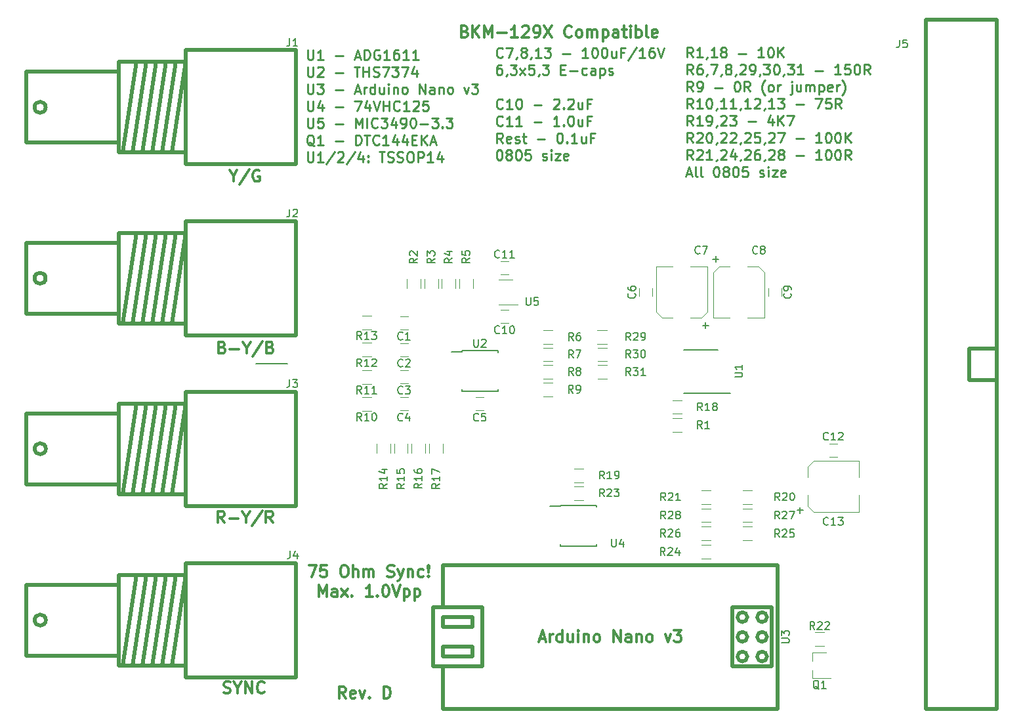
<source format=gbr>
%TF.GenerationSoftware,KiCad,Pcbnew,5.1.9-73d0e3b20d~88~ubuntu20.04.1*%
%TF.CreationDate,2021-05-09T07:33:52+02:00*%
%TF.ProjectId,bkm-129x-simple,626b6d2d-3132-4397-982d-73696d706c65,rev?*%
%TF.SameCoordinates,Original*%
%TF.FileFunction,Legend,Top*%
%TF.FilePolarity,Positive*%
%FSLAX46Y46*%
G04 Gerber Fmt 4.6, Leading zero omitted, Abs format (unit mm)*
G04 Created by KiCad (PCBNEW 5.1.9-73d0e3b20d~88~ubuntu20.04.1) date 2021-05-09 07:33:52*
%MOMM*%
%LPD*%
G01*
G04 APERTURE LIST*
%ADD10C,0.300000*%
%ADD11C,0.250000*%
%ADD12C,0.200000*%
%ADD13C,0.150000*%
%ADD14C,0.120000*%
%ADD15C,0.500000*%
G04 APERTURE END LIST*
D10*
X137264285Y-132513571D02*
X138264285Y-132513571D01*
X137621428Y-134013571D01*
X139550000Y-132513571D02*
X138835714Y-132513571D01*
X138764285Y-133227857D01*
X138835714Y-133156428D01*
X138978571Y-133085000D01*
X139335714Y-133085000D01*
X139478571Y-133156428D01*
X139550000Y-133227857D01*
X139621428Y-133370714D01*
X139621428Y-133727857D01*
X139550000Y-133870714D01*
X139478571Y-133942142D01*
X139335714Y-134013571D01*
X138978571Y-134013571D01*
X138835714Y-133942142D01*
X138764285Y-133870714D01*
X141692857Y-132513571D02*
X141978571Y-132513571D01*
X142121428Y-132585000D01*
X142264285Y-132727857D01*
X142335714Y-133013571D01*
X142335714Y-133513571D01*
X142264285Y-133799285D01*
X142121428Y-133942142D01*
X141978571Y-134013571D01*
X141692857Y-134013571D01*
X141550000Y-133942142D01*
X141407142Y-133799285D01*
X141335714Y-133513571D01*
X141335714Y-133013571D01*
X141407142Y-132727857D01*
X141550000Y-132585000D01*
X141692857Y-132513571D01*
X142978571Y-134013571D02*
X142978571Y-132513571D01*
X143621428Y-134013571D02*
X143621428Y-133227857D01*
X143550000Y-133085000D01*
X143407142Y-133013571D01*
X143192857Y-133013571D01*
X143050000Y-133085000D01*
X142978571Y-133156428D01*
X144335714Y-134013571D02*
X144335714Y-133013571D01*
X144335714Y-133156428D02*
X144407142Y-133085000D01*
X144550000Y-133013571D01*
X144764285Y-133013571D01*
X144907142Y-133085000D01*
X144978571Y-133227857D01*
X144978571Y-134013571D01*
X144978571Y-133227857D02*
X145050000Y-133085000D01*
X145192857Y-133013571D01*
X145407142Y-133013571D01*
X145550000Y-133085000D01*
X145621428Y-133227857D01*
X145621428Y-134013571D01*
X147407142Y-133942142D02*
X147621428Y-134013571D01*
X147978571Y-134013571D01*
X148121428Y-133942142D01*
X148192857Y-133870714D01*
X148264285Y-133727857D01*
X148264285Y-133585000D01*
X148192857Y-133442142D01*
X148121428Y-133370714D01*
X147978571Y-133299285D01*
X147692857Y-133227857D01*
X147550000Y-133156428D01*
X147478571Y-133085000D01*
X147407142Y-132942142D01*
X147407142Y-132799285D01*
X147478571Y-132656428D01*
X147550000Y-132585000D01*
X147692857Y-132513571D01*
X148050000Y-132513571D01*
X148264285Y-132585000D01*
X148764285Y-133013571D02*
X149121428Y-134013571D01*
X149478571Y-133013571D02*
X149121428Y-134013571D01*
X148978571Y-134370714D01*
X148907142Y-134442142D01*
X148764285Y-134513571D01*
X150050000Y-133013571D02*
X150050000Y-134013571D01*
X150050000Y-133156428D02*
X150121428Y-133085000D01*
X150264285Y-133013571D01*
X150478571Y-133013571D01*
X150621428Y-133085000D01*
X150692857Y-133227857D01*
X150692857Y-134013571D01*
X152050000Y-133942142D02*
X151907142Y-134013571D01*
X151621428Y-134013571D01*
X151478571Y-133942142D01*
X151407142Y-133870714D01*
X151335714Y-133727857D01*
X151335714Y-133299285D01*
X151407142Y-133156428D01*
X151478571Y-133085000D01*
X151621428Y-133013571D01*
X151907142Y-133013571D01*
X152050000Y-133085000D01*
X152692857Y-133870714D02*
X152764285Y-133942142D01*
X152692857Y-134013571D01*
X152621428Y-133942142D01*
X152692857Y-133870714D01*
X152692857Y-134013571D01*
X152692857Y-133442142D02*
X152621428Y-132585000D01*
X152692857Y-132513571D01*
X152764285Y-132585000D01*
X152692857Y-133442142D01*
X152692857Y-132513571D01*
X138550000Y-136563571D02*
X138550000Y-135063571D01*
X139050000Y-136135000D01*
X139550000Y-135063571D01*
X139550000Y-136563571D01*
X140907142Y-136563571D02*
X140907142Y-135777857D01*
X140835714Y-135635000D01*
X140692857Y-135563571D01*
X140407142Y-135563571D01*
X140264285Y-135635000D01*
X140907142Y-136492142D02*
X140764285Y-136563571D01*
X140407142Y-136563571D01*
X140264285Y-136492142D01*
X140192857Y-136349285D01*
X140192857Y-136206428D01*
X140264285Y-136063571D01*
X140407142Y-135992142D01*
X140764285Y-135992142D01*
X140907142Y-135920714D01*
X141478571Y-136563571D02*
X142264285Y-135563571D01*
X141478571Y-135563571D02*
X142264285Y-136563571D01*
X142835714Y-136420714D02*
X142907142Y-136492142D01*
X142835714Y-136563571D01*
X142764285Y-136492142D01*
X142835714Y-136420714D01*
X142835714Y-136563571D01*
X145478571Y-136563571D02*
X144621428Y-136563571D01*
X145050000Y-136563571D02*
X145050000Y-135063571D01*
X144907142Y-135277857D01*
X144764285Y-135420714D01*
X144621428Y-135492142D01*
X146121428Y-136420714D02*
X146192857Y-136492142D01*
X146121428Y-136563571D01*
X146050000Y-136492142D01*
X146121428Y-136420714D01*
X146121428Y-136563571D01*
X147121428Y-135063571D02*
X147264285Y-135063571D01*
X147407142Y-135135000D01*
X147478571Y-135206428D01*
X147550000Y-135349285D01*
X147621428Y-135635000D01*
X147621428Y-135992142D01*
X147550000Y-136277857D01*
X147478571Y-136420714D01*
X147407142Y-136492142D01*
X147264285Y-136563571D01*
X147121428Y-136563571D01*
X146978571Y-136492142D01*
X146907142Y-136420714D01*
X146835714Y-136277857D01*
X146764285Y-135992142D01*
X146764285Y-135635000D01*
X146835714Y-135349285D01*
X146907142Y-135206428D01*
X146978571Y-135135000D01*
X147121428Y-135063571D01*
X148050000Y-135063571D02*
X148550000Y-136563571D01*
X149050000Y-135063571D01*
X149550000Y-135563571D02*
X149550000Y-137063571D01*
X149550000Y-135635000D02*
X149692857Y-135563571D01*
X149978571Y-135563571D01*
X150121428Y-135635000D01*
X150192857Y-135706428D01*
X150264285Y-135849285D01*
X150264285Y-136277857D01*
X150192857Y-136420714D01*
X150121428Y-136492142D01*
X149978571Y-136563571D01*
X149692857Y-136563571D01*
X149550000Y-136492142D01*
X150907142Y-135563571D02*
X150907142Y-137063571D01*
X150907142Y-135635000D02*
X151050000Y-135563571D01*
X151335714Y-135563571D01*
X151478571Y-135635000D01*
X151550000Y-135706428D01*
X151621428Y-135849285D01*
X151621428Y-136277857D01*
X151550000Y-136420714D01*
X151478571Y-136492142D01*
X151335714Y-136563571D01*
X151050000Y-136563571D01*
X150907142Y-136492142D01*
X142033928Y-149649571D02*
X141533928Y-148935285D01*
X141176785Y-149649571D02*
X141176785Y-148149571D01*
X141748214Y-148149571D01*
X141891071Y-148221000D01*
X141962500Y-148292428D01*
X142033928Y-148435285D01*
X142033928Y-148649571D01*
X141962500Y-148792428D01*
X141891071Y-148863857D01*
X141748214Y-148935285D01*
X141176785Y-148935285D01*
X143248214Y-149578142D02*
X143105357Y-149649571D01*
X142819642Y-149649571D01*
X142676785Y-149578142D01*
X142605357Y-149435285D01*
X142605357Y-148863857D01*
X142676785Y-148721000D01*
X142819642Y-148649571D01*
X143105357Y-148649571D01*
X143248214Y-148721000D01*
X143319642Y-148863857D01*
X143319642Y-149006714D01*
X142605357Y-149149571D01*
X143819642Y-148649571D02*
X144176785Y-149649571D01*
X144533928Y-148649571D01*
X145105357Y-149506714D02*
X145176785Y-149578142D01*
X145105357Y-149649571D01*
X145033928Y-149578142D01*
X145105357Y-149506714D01*
X145105357Y-149649571D01*
X146962500Y-149649571D02*
X146962500Y-148149571D01*
X147319642Y-148149571D01*
X147533928Y-148221000D01*
X147676785Y-148363857D01*
X147748214Y-148506714D01*
X147819642Y-148792428D01*
X147819642Y-149006714D01*
X147748214Y-149292428D01*
X147676785Y-149435285D01*
X147533928Y-149578142D01*
X147319642Y-149649571D01*
X146962500Y-149649571D01*
X126297857Y-148943142D02*
X126512142Y-149014571D01*
X126869285Y-149014571D01*
X127012142Y-148943142D01*
X127083571Y-148871714D01*
X127155000Y-148728857D01*
X127155000Y-148586000D01*
X127083571Y-148443142D01*
X127012142Y-148371714D01*
X126869285Y-148300285D01*
X126583571Y-148228857D01*
X126440714Y-148157428D01*
X126369285Y-148086000D01*
X126297857Y-147943142D01*
X126297857Y-147800285D01*
X126369285Y-147657428D01*
X126440714Y-147586000D01*
X126583571Y-147514571D01*
X126940714Y-147514571D01*
X127155000Y-147586000D01*
X128083571Y-148300285D02*
X128083571Y-149014571D01*
X127583571Y-147514571D02*
X128083571Y-148300285D01*
X128583571Y-147514571D01*
X129083571Y-149014571D02*
X129083571Y-147514571D01*
X129940714Y-149014571D01*
X129940714Y-147514571D01*
X131512142Y-148871714D02*
X131440714Y-148943142D01*
X131226428Y-149014571D01*
X131083571Y-149014571D01*
X130869285Y-148943142D01*
X130726428Y-148800285D01*
X130655000Y-148657428D01*
X130583571Y-148371714D01*
X130583571Y-148157428D01*
X130655000Y-147871714D01*
X130726428Y-147728857D01*
X130869285Y-147586000D01*
X131083571Y-147514571D01*
X131226428Y-147514571D01*
X131440714Y-147586000D01*
X131512142Y-147657428D01*
X126389142Y-127018171D02*
X125889142Y-126303885D01*
X125532000Y-127018171D02*
X125532000Y-125518171D01*
X126103428Y-125518171D01*
X126246285Y-125589600D01*
X126317714Y-125661028D01*
X126389142Y-125803885D01*
X126389142Y-126018171D01*
X126317714Y-126161028D01*
X126246285Y-126232457D01*
X126103428Y-126303885D01*
X125532000Y-126303885D01*
X127032000Y-126446742D02*
X128174857Y-126446742D01*
X129174857Y-126303885D02*
X129174857Y-127018171D01*
X128674857Y-125518171D02*
X129174857Y-126303885D01*
X129674857Y-125518171D01*
X131246285Y-125446742D02*
X129960571Y-127375314D01*
X132603428Y-127018171D02*
X132103428Y-126303885D01*
X131746285Y-127018171D02*
X131746285Y-125518171D01*
X132317714Y-125518171D01*
X132460571Y-125589600D01*
X132532000Y-125661028D01*
X132603428Y-125803885D01*
X132603428Y-126018171D01*
X132532000Y-126161028D01*
X132460571Y-126232457D01*
X132317714Y-126303885D01*
X131746285Y-126303885D01*
X126082800Y-104388457D02*
X126297085Y-104459885D01*
X126368514Y-104531314D01*
X126439942Y-104674171D01*
X126439942Y-104888457D01*
X126368514Y-105031314D01*
X126297085Y-105102742D01*
X126154228Y-105174171D01*
X125582800Y-105174171D01*
X125582800Y-103674171D01*
X126082800Y-103674171D01*
X126225657Y-103745600D01*
X126297085Y-103817028D01*
X126368514Y-103959885D01*
X126368514Y-104102742D01*
X126297085Y-104245600D01*
X126225657Y-104317028D01*
X126082800Y-104388457D01*
X125582800Y-104388457D01*
X127082800Y-104602742D02*
X128225657Y-104602742D01*
X129225657Y-104459885D02*
X129225657Y-105174171D01*
X128725657Y-103674171D02*
X129225657Y-104459885D01*
X129725657Y-103674171D01*
X131297085Y-103602742D02*
X130011371Y-105531314D01*
X132297085Y-104388457D02*
X132511371Y-104459885D01*
X132582800Y-104531314D01*
X132654228Y-104674171D01*
X132654228Y-104888457D01*
X132582800Y-105031314D01*
X132511371Y-105102742D01*
X132368514Y-105174171D01*
X131797085Y-105174171D01*
X131797085Y-103674171D01*
X132297085Y-103674171D01*
X132439942Y-103745600D01*
X132511371Y-103817028D01*
X132582800Y-103959885D01*
X132582800Y-104102742D01*
X132511371Y-104245600D01*
X132439942Y-104317028D01*
X132297085Y-104388457D01*
X131797085Y-104388457D01*
X127521685Y-82285685D02*
X127521685Y-82999971D01*
X127021685Y-81499971D02*
X127521685Y-82285685D01*
X128021685Y-81499971D01*
X129593114Y-81428542D02*
X128307400Y-83357114D01*
X130878828Y-81571400D02*
X130735971Y-81499971D01*
X130521685Y-81499971D01*
X130307400Y-81571400D01*
X130164542Y-81714257D01*
X130093114Y-81857114D01*
X130021685Y-82142828D01*
X130021685Y-82357114D01*
X130093114Y-82642828D01*
X130164542Y-82785685D01*
X130307400Y-82928542D01*
X130521685Y-82999971D01*
X130664542Y-82999971D01*
X130878828Y-82928542D01*
X130950257Y-82857114D01*
X130950257Y-82357114D01*
X130664542Y-82357114D01*
D11*
X162276280Y-66914685D02*
X162214376Y-66976590D01*
X162028661Y-67038495D01*
X161904852Y-67038495D01*
X161719138Y-66976590D01*
X161595328Y-66852780D01*
X161533423Y-66728971D01*
X161471519Y-66481352D01*
X161471519Y-66295638D01*
X161533423Y-66048019D01*
X161595328Y-65924209D01*
X161719138Y-65800400D01*
X161904852Y-65738495D01*
X162028661Y-65738495D01*
X162214376Y-65800400D01*
X162276280Y-65862304D01*
X162709614Y-65738495D02*
X163576280Y-65738495D01*
X163019138Y-67038495D01*
X164133423Y-66976590D02*
X164133423Y-67038495D01*
X164071519Y-67162304D01*
X164009614Y-67224209D01*
X164876280Y-66295638D02*
X164752471Y-66233733D01*
X164690566Y-66171828D01*
X164628661Y-66048019D01*
X164628661Y-65986114D01*
X164690566Y-65862304D01*
X164752471Y-65800400D01*
X164876280Y-65738495D01*
X165123900Y-65738495D01*
X165247709Y-65800400D01*
X165309614Y-65862304D01*
X165371519Y-65986114D01*
X165371519Y-66048019D01*
X165309614Y-66171828D01*
X165247709Y-66233733D01*
X165123900Y-66295638D01*
X164876280Y-66295638D01*
X164752471Y-66357542D01*
X164690566Y-66419447D01*
X164628661Y-66543257D01*
X164628661Y-66790876D01*
X164690566Y-66914685D01*
X164752471Y-66976590D01*
X164876280Y-67038495D01*
X165123900Y-67038495D01*
X165247709Y-66976590D01*
X165309614Y-66914685D01*
X165371519Y-66790876D01*
X165371519Y-66543257D01*
X165309614Y-66419447D01*
X165247709Y-66357542D01*
X165123900Y-66295638D01*
X165990566Y-66976590D02*
X165990566Y-67038495D01*
X165928661Y-67162304D01*
X165866757Y-67224209D01*
X167228661Y-67038495D02*
X166485804Y-67038495D01*
X166857233Y-67038495D02*
X166857233Y-65738495D01*
X166733423Y-65924209D01*
X166609614Y-66048019D01*
X166485804Y-66109923D01*
X167661995Y-65738495D02*
X168466757Y-65738495D01*
X168033423Y-66233733D01*
X168219138Y-66233733D01*
X168342947Y-66295638D01*
X168404852Y-66357542D01*
X168466757Y-66481352D01*
X168466757Y-66790876D01*
X168404852Y-66914685D01*
X168342947Y-66976590D01*
X168219138Y-67038495D01*
X167847709Y-67038495D01*
X167723900Y-66976590D01*
X167661995Y-66914685D01*
X170014376Y-66543257D02*
X171004852Y-66543257D01*
X173295328Y-67038495D02*
X172552471Y-67038495D01*
X172923900Y-67038495D02*
X172923900Y-65738495D01*
X172800090Y-65924209D01*
X172676280Y-66048019D01*
X172552471Y-66109923D01*
X174100090Y-65738495D02*
X174223900Y-65738495D01*
X174347709Y-65800400D01*
X174409614Y-65862304D01*
X174471519Y-65986114D01*
X174533423Y-66233733D01*
X174533423Y-66543257D01*
X174471519Y-66790876D01*
X174409614Y-66914685D01*
X174347709Y-66976590D01*
X174223900Y-67038495D01*
X174100090Y-67038495D01*
X173976280Y-66976590D01*
X173914376Y-66914685D01*
X173852471Y-66790876D01*
X173790566Y-66543257D01*
X173790566Y-66233733D01*
X173852471Y-65986114D01*
X173914376Y-65862304D01*
X173976280Y-65800400D01*
X174100090Y-65738495D01*
X175338185Y-65738495D02*
X175461995Y-65738495D01*
X175585804Y-65800400D01*
X175647709Y-65862304D01*
X175709614Y-65986114D01*
X175771519Y-66233733D01*
X175771519Y-66543257D01*
X175709614Y-66790876D01*
X175647709Y-66914685D01*
X175585804Y-66976590D01*
X175461995Y-67038495D01*
X175338185Y-67038495D01*
X175214376Y-66976590D01*
X175152471Y-66914685D01*
X175090566Y-66790876D01*
X175028661Y-66543257D01*
X175028661Y-66233733D01*
X175090566Y-65986114D01*
X175152471Y-65862304D01*
X175214376Y-65800400D01*
X175338185Y-65738495D01*
X176885804Y-66171828D02*
X176885804Y-67038495D01*
X176328661Y-66171828D02*
X176328661Y-66852780D01*
X176390566Y-66976590D01*
X176514376Y-67038495D01*
X176700090Y-67038495D01*
X176823900Y-66976590D01*
X176885804Y-66914685D01*
X177938185Y-66357542D02*
X177504852Y-66357542D01*
X177504852Y-67038495D02*
X177504852Y-65738495D01*
X178123900Y-65738495D01*
X179547709Y-65676590D02*
X178433423Y-67348019D01*
X180661995Y-67038495D02*
X179919138Y-67038495D01*
X180290566Y-67038495D02*
X180290566Y-65738495D01*
X180166757Y-65924209D01*
X180042947Y-66048019D01*
X179919138Y-66109923D01*
X181776280Y-65738495D02*
X181528661Y-65738495D01*
X181404852Y-65800400D01*
X181342947Y-65862304D01*
X181219138Y-66048019D01*
X181157233Y-66295638D01*
X181157233Y-66790876D01*
X181219138Y-66914685D01*
X181281042Y-66976590D01*
X181404852Y-67038495D01*
X181652471Y-67038495D01*
X181776280Y-66976590D01*
X181838185Y-66914685D01*
X181900090Y-66790876D01*
X181900090Y-66481352D01*
X181838185Y-66357542D01*
X181776280Y-66295638D01*
X181652471Y-66233733D01*
X181404852Y-66233733D01*
X181281042Y-66295638D01*
X181219138Y-66357542D01*
X181157233Y-66481352D01*
X182271519Y-65738495D02*
X182704852Y-67038495D01*
X183138185Y-65738495D01*
X162090566Y-67938495D02*
X161842947Y-67938495D01*
X161719138Y-68000400D01*
X161657233Y-68062304D01*
X161533423Y-68248019D01*
X161471519Y-68495638D01*
X161471519Y-68990876D01*
X161533423Y-69114685D01*
X161595328Y-69176590D01*
X161719138Y-69238495D01*
X161966757Y-69238495D01*
X162090566Y-69176590D01*
X162152471Y-69114685D01*
X162214376Y-68990876D01*
X162214376Y-68681352D01*
X162152471Y-68557542D01*
X162090566Y-68495638D01*
X161966757Y-68433733D01*
X161719138Y-68433733D01*
X161595328Y-68495638D01*
X161533423Y-68557542D01*
X161471519Y-68681352D01*
X162833423Y-69176590D02*
X162833423Y-69238495D01*
X162771519Y-69362304D01*
X162709614Y-69424209D01*
X163266757Y-67938495D02*
X164071519Y-67938495D01*
X163638185Y-68433733D01*
X163823900Y-68433733D01*
X163947709Y-68495638D01*
X164009614Y-68557542D01*
X164071519Y-68681352D01*
X164071519Y-68990876D01*
X164009614Y-69114685D01*
X163947709Y-69176590D01*
X163823900Y-69238495D01*
X163452471Y-69238495D01*
X163328661Y-69176590D01*
X163266757Y-69114685D01*
X164504852Y-69238495D02*
X165185804Y-68371828D01*
X164504852Y-68371828D02*
X165185804Y-69238495D01*
X166300090Y-67938495D02*
X165681042Y-67938495D01*
X165619138Y-68557542D01*
X165681042Y-68495638D01*
X165804852Y-68433733D01*
X166114376Y-68433733D01*
X166238185Y-68495638D01*
X166300090Y-68557542D01*
X166361995Y-68681352D01*
X166361995Y-68990876D01*
X166300090Y-69114685D01*
X166238185Y-69176590D01*
X166114376Y-69238495D01*
X165804852Y-69238495D01*
X165681042Y-69176590D01*
X165619138Y-69114685D01*
X166981042Y-69176590D02*
X166981042Y-69238495D01*
X166919138Y-69362304D01*
X166857233Y-69424209D01*
X167414376Y-67938495D02*
X168219138Y-67938495D01*
X167785804Y-68433733D01*
X167971519Y-68433733D01*
X168095328Y-68495638D01*
X168157233Y-68557542D01*
X168219138Y-68681352D01*
X168219138Y-68990876D01*
X168157233Y-69114685D01*
X168095328Y-69176590D01*
X167971519Y-69238495D01*
X167600090Y-69238495D01*
X167476280Y-69176590D01*
X167414376Y-69114685D01*
X169766757Y-68557542D02*
X170200090Y-68557542D01*
X170385804Y-69238495D02*
X169766757Y-69238495D01*
X169766757Y-67938495D01*
X170385804Y-67938495D01*
X170942947Y-68743257D02*
X171933423Y-68743257D01*
X173109614Y-69176590D02*
X172985804Y-69238495D01*
X172738185Y-69238495D01*
X172614376Y-69176590D01*
X172552471Y-69114685D01*
X172490566Y-68990876D01*
X172490566Y-68619447D01*
X172552471Y-68495638D01*
X172614376Y-68433733D01*
X172738185Y-68371828D01*
X172985804Y-68371828D01*
X173109614Y-68433733D01*
X174223900Y-69238495D02*
X174223900Y-68557542D01*
X174161995Y-68433733D01*
X174038185Y-68371828D01*
X173790566Y-68371828D01*
X173666757Y-68433733D01*
X174223900Y-69176590D02*
X174100090Y-69238495D01*
X173790566Y-69238495D01*
X173666757Y-69176590D01*
X173604852Y-69052780D01*
X173604852Y-68928971D01*
X173666757Y-68805161D01*
X173790566Y-68743257D01*
X174100090Y-68743257D01*
X174223900Y-68681352D01*
X174842947Y-68371828D02*
X174842947Y-69671828D01*
X174842947Y-68433733D02*
X174966757Y-68371828D01*
X175214376Y-68371828D01*
X175338185Y-68433733D01*
X175400090Y-68495638D01*
X175461995Y-68619447D01*
X175461995Y-68990876D01*
X175400090Y-69114685D01*
X175338185Y-69176590D01*
X175214376Y-69238495D01*
X174966757Y-69238495D01*
X174842947Y-69176590D01*
X175957233Y-69176590D02*
X176081042Y-69238495D01*
X176328661Y-69238495D01*
X176452471Y-69176590D01*
X176514376Y-69052780D01*
X176514376Y-68990876D01*
X176452471Y-68867066D01*
X176328661Y-68805161D01*
X176142947Y-68805161D01*
X176019138Y-68743257D01*
X175957233Y-68619447D01*
X175957233Y-68557542D01*
X176019138Y-68433733D01*
X176142947Y-68371828D01*
X176328661Y-68371828D01*
X176452471Y-68433733D01*
X162276280Y-73514685D02*
X162214376Y-73576590D01*
X162028661Y-73638495D01*
X161904852Y-73638495D01*
X161719138Y-73576590D01*
X161595328Y-73452780D01*
X161533423Y-73328971D01*
X161471519Y-73081352D01*
X161471519Y-72895638D01*
X161533423Y-72648019D01*
X161595328Y-72524209D01*
X161719138Y-72400400D01*
X161904852Y-72338495D01*
X162028661Y-72338495D01*
X162214376Y-72400400D01*
X162276280Y-72462304D01*
X163514376Y-73638495D02*
X162771519Y-73638495D01*
X163142947Y-73638495D02*
X163142947Y-72338495D01*
X163019138Y-72524209D01*
X162895328Y-72648019D01*
X162771519Y-72709923D01*
X164319138Y-72338495D02*
X164442947Y-72338495D01*
X164566757Y-72400400D01*
X164628661Y-72462304D01*
X164690566Y-72586114D01*
X164752471Y-72833733D01*
X164752471Y-73143257D01*
X164690566Y-73390876D01*
X164628661Y-73514685D01*
X164566757Y-73576590D01*
X164442947Y-73638495D01*
X164319138Y-73638495D01*
X164195328Y-73576590D01*
X164133423Y-73514685D01*
X164071519Y-73390876D01*
X164009614Y-73143257D01*
X164009614Y-72833733D01*
X164071519Y-72586114D01*
X164133423Y-72462304D01*
X164195328Y-72400400D01*
X164319138Y-72338495D01*
X166300090Y-73143257D02*
X167290566Y-73143257D01*
X168838185Y-72462304D02*
X168900090Y-72400400D01*
X169023900Y-72338495D01*
X169333423Y-72338495D01*
X169457233Y-72400400D01*
X169519138Y-72462304D01*
X169581042Y-72586114D01*
X169581042Y-72709923D01*
X169519138Y-72895638D01*
X168776280Y-73638495D01*
X169581042Y-73638495D01*
X170138185Y-73514685D02*
X170200090Y-73576590D01*
X170138185Y-73638495D01*
X170076280Y-73576590D01*
X170138185Y-73514685D01*
X170138185Y-73638495D01*
X170695328Y-72462304D02*
X170757233Y-72400400D01*
X170881042Y-72338495D01*
X171190566Y-72338495D01*
X171314376Y-72400400D01*
X171376280Y-72462304D01*
X171438185Y-72586114D01*
X171438185Y-72709923D01*
X171376280Y-72895638D01*
X170633423Y-73638495D01*
X171438185Y-73638495D01*
X172552471Y-72771828D02*
X172552471Y-73638495D01*
X171995328Y-72771828D02*
X171995328Y-73452780D01*
X172057233Y-73576590D01*
X172181042Y-73638495D01*
X172366757Y-73638495D01*
X172490566Y-73576590D01*
X172552471Y-73514685D01*
X173604852Y-72957542D02*
X173171519Y-72957542D01*
X173171519Y-73638495D02*
X173171519Y-72338495D01*
X173790566Y-72338495D01*
X162276280Y-75714685D02*
X162214376Y-75776590D01*
X162028661Y-75838495D01*
X161904852Y-75838495D01*
X161719138Y-75776590D01*
X161595328Y-75652780D01*
X161533423Y-75528971D01*
X161471519Y-75281352D01*
X161471519Y-75095638D01*
X161533423Y-74848019D01*
X161595328Y-74724209D01*
X161719138Y-74600400D01*
X161904852Y-74538495D01*
X162028661Y-74538495D01*
X162214376Y-74600400D01*
X162276280Y-74662304D01*
X163514376Y-75838495D02*
X162771519Y-75838495D01*
X163142947Y-75838495D02*
X163142947Y-74538495D01*
X163019138Y-74724209D01*
X162895328Y-74848019D01*
X162771519Y-74909923D01*
X164752471Y-75838495D02*
X164009614Y-75838495D01*
X164381042Y-75838495D02*
X164381042Y-74538495D01*
X164257233Y-74724209D01*
X164133423Y-74848019D01*
X164009614Y-74909923D01*
X166300090Y-75343257D02*
X167290566Y-75343257D01*
X169581042Y-75838495D02*
X168838185Y-75838495D01*
X169209614Y-75838495D02*
X169209614Y-74538495D01*
X169085804Y-74724209D01*
X168961995Y-74848019D01*
X168838185Y-74909923D01*
X170138185Y-75714685D02*
X170200090Y-75776590D01*
X170138185Y-75838495D01*
X170076280Y-75776590D01*
X170138185Y-75714685D01*
X170138185Y-75838495D01*
X171004852Y-74538495D02*
X171128661Y-74538495D01*
X171252471Y-74600400D01*
X171314376Y-74662304D01*
X171376280Y-74786114D01*
X171438185Y-75033733D01*
X171438185Y-75343257D01*
X171376280Y-75590876D01*
X171314376Y-75714685D01*
X171252471Y-75776590D01*
X171128661Y-75838495D01*
X171004852Y-75838495D01*
X170881042Y-75776590D01*
X170819138Y-75714685D01*
X170757233Y-75590876D01*
X170695328Y-75343257D01*
X170695328Y-75033733D01*
X170757233Y-74786114D01*
X170819138Y-74662304D01*
X170881042Y-74600400D01*
X171004852Y-74538495D01*
X172552471Y-74971828D02*
X172552471Y-75838495D01*
X171995328Y-74971828D02*
X171995328Y-75652780D01*
X172057233Y-75776590D01*
X172181042Y-75838495D01*
X172366757Y-75838495D01*
X172490566Y-75776590D01*
X172552471Y-75714685D01*
X173604852Y-75157542D02*
X173171519Y-75157542D01*
X173171519Y-75838495D02*
X173171519Y-74538495D01*
X173790566Y-74538495D01*
X162276280Y-78038495D02*
X161842947Y-77419447D01*
X161533423Y-78038495D02*
X161533423Y-76738495D01*
X162028661Y-76738495D01*
X162152471Y-76800400D01*
X162214376Y-76862304D01*
X162276280Y-76986114D01*
X162276280Y-77171828D01*
X162214376Y-77295638D01*
X162152471Y-77357542D01*
X162028661Y-77419447D01*
X161533423Y-77419447D01*
X163328661Y-77976590D02*
X163204852Y-78038495D01*
X162957233Y-78038495D01*
X162833423Y-77976590D01*
X162771519Y-77852780D01*
X162771519Y-77357542D01*
X162833423Y-77233733D01*
X162957233Y-77171828D01*
X163204852Y-77171828D01*
X163328661Y-77233733D01*
X163390566Y-77357542D01*
X163390566Y-77481352D01*
X162771519Y-77605161D01*
X163885804Y-77976590D02*
X164009614Y-78038495D01*
X164257233Y-78038495D01*
X164381042Y-77976590D01*
X164442947Y-77852780D01*
X164442947Y-77790876D01*
X164381042Y-77667066D01*
X164257233Y-77605161D01*
X164071519Y-77605161D01*
X163947709Y-77543257D01*
X163885804Y-77419447D01*
X163885804Y-77357542D01*
X163947709Y-77233733D01*
X164071519Y-77171828D01*
X164257233Y-77171828D01*
X164381042Y-77233733D01*
X164814376Y-77171828D02*
X165309614Y-77171828D01*
X165000090Y-76738495D02*
X165000090Y-77852780D01*
X165061995Y-77976590D01*
X165185804Y-78038495D01*
X165309614Y-78038495D01*
X166733423Y-77543257D02*
X167723900Y-77543257D01*
X169581042Y-76738495D02*
X169704852Y-76738495D01*
X169828661Y-76800400D01*
X169890566Y-76862304D01*
X169952471Y-76986114D01*
X170014376Y-77233733D01*
X170014376Y-77543257D01*
X169952471Y-77790876D01*
X169890566Y-77914685D01*
X169828661Y-77976590D01*
X169704852Y-78038495D01*
X169581042Y-78038495D01*
X169457233Y-77976590D01*
X169395328Y-77914685D01*
X169333423Y-77790876D01*
X169271519Y-77543257D01*
X169271519Y-77233733D01*
X169333423Y-76986114D01*
X169395328Y-76862304D01*
X169457233Y-76800400D01*
X169581042Y-76738495D01*
X170571519Y-77914685D02*
X170633423Y-77976590D01*
X170571519Y-78038495D01*
X170509614Y-77976590D01*
X170571519Y-77914685D01*
X170571519Y-78038495D01*
X171871519Y-78038495D02*
X171128661Y-78038495D01*
X171500090Y-78038495D02*
X171500090Y-76738495D01*
X171376280Y-76924209D01*
X171252471Y-77048019D01*
X171128661Y-77109923D01*
X172985804Y-77171828D02*
X172985804Y-78038495D01*
X172428661Y-77171828D02*
X172428661Y-77852780D01*
X172490566Y-77976590D01*
X172614376Y-78038495D01*
X172800090Y-78038495D01*
X172923900Y-77976590D01*
X172985804Y-77914685D01*
X174038185Y-77357542D02*
X173604852Y-77357542D01*
X173604852Y-78038495D02*
X173604852Y-76738495D01*
X174223900Y-76738495D01*
X161781042Y-78938495D02*
X161904852Y-78938495D01*
X162028661Y-79000400D01*
X162090566Y-79062304D01*
X162152471Y-79186114D01*
X162214376Y-79433733D01*
X162214376Y-79743257D01*
X162152471Y-79990876D01*
X162090566Y-80114685D01*
X162028661Y-80176590D01*
X161904852Y-80238495D01*
X161781042Y-80238495D01*
X161657233Y-80176590D01*
X161595328Y-80114685D01*
X161533423Y-79990876D01*
X161471519Y-79743257D01*
X161471519Y-79433733D01*
X161533423Y-79186114D01*
X161595328Y-79062304D01*
X161657233Y-79000400D01*
X161781042Y-78938495D01*
X162957233Y-79495638D02*
X162833423Y-79433733D01*
X162771519Y-79371828D01*
X162709614Y-79248019D01*
X162709614Y-79186114D01*
X162771519Y-79062304D01*
X162833423Y-79000400D01*
X162957233Y-78938495D01*
X163204852Y-78938495D01*
X163328661Y-79000400D01*
X163390566Y-79062304D01*
X163452471Y-79186114D01*
X163452471Y-79248019D01*
X163390566Y-79371828D01*
X163328661Y-79433733D01*
X163204852Y-79495638D01*
X162957233Y-79495638D01*
X162833423Y-79557542D01*
X162771519Y-79619447D01*
X162709614Y-79743257D01*
X162709614Y-79990876D01*
X162771519Y-80114685D01*
X162833423Y-80176590D01*
X162957233Y-80238495D01*
X163204852Y-80238495D01*
X163328661Y-80176590D01*
X163390566Y-80114685D01*
X163452471Y-79990876D01*
X163452471Y-79743257D01*
X163390566Y-79619447D01*
X163328661Y-79557542D01*
X163204852Y-79495638D01*
X164257233Y-78938495D02*
X164381042Y-78938495D01*
X164504852Y-79000400D01*
X164566757Y-79062304D01*
X164628661Y-79186114D01*
X164690566Y-79433733D01*
X164690566Y-79743257D01*
X164628661Y-79990876D01*
X164566757Y-80114685D01*
X164504852Y-80176590D01*
X164381042Y-80238495D01*
X164257233Y-80238495D01*
X164133423Y-80176590D01*
X164071519Y-80114685D01*
X164009614Y-79990876D01*
X163947709Y-79743257D01*
X163947709Y-79433733D01*
X164009614Y-79186114D01*
X164071519Y-79062304D01*
X164133423Y-79000400D01*
X164257233Y-78938495D01*
X165866757Y-78938495D02*
X165247709Y-78938495D01*
X165185804Y-79557542D01*
X165247709Y-79495638D01*
X165371519Y-79433733D01*
X165681042Y-79433733D01*
X165804852Y-79495638D01*
X165866757Y-79557542D01*
X165928661Y-79681352D01*
X165928661Y-79990876D01*
X165866757Y-80114685D01*
X165804852Y-80176590D01*
X165681042Y-80238495D01*
X165371519Y-80238495D01*
X165247709Y-80176590D01*
X165185804Y-80114685D01*
X167414376Y-80176590D02*
X167538185Y-80238495D01*
X167785804Y-80238495D01*
X167909614Y-80176590D01*
X167971519Y-80052780D01*
X167971519Y-79990876D01*
X167909614Y-79867066D01*
X167785804Y-79805161D01*
X167600090Y-79805161D01*
X167476280Y-79743257D01*
X167414376Y-79619447D01*
X167414376Y-79557542D01*
X167476280Y-79433733D01*
X167600090Y-79371828D01*
X167785804Y-79371828D01*
X167909614Y-79433733D01*
X168528661Y-80238495D02*
X168528661Y-79371828D01*
X168528661Y-78938495D02*
X168466757Y-79000400D01*
X168528661Y-79062304D01*
X168590566Y-79000400D01*
X168528661Y-78938495D01*
X168528661Y-79062304D01*
X169023900Y-79371828D02*
X169704852Y-79371828D01*
X169023900Y-80238495D01*
X169704852Y-80238495D01*
X170695328Y-80176590D02*
X170571519Y-80238495D01*
X170323900Y-80238495D01*
X170200090Y-80176590D01*
X170138185Y-80052780D01*
X170138185Y-79557542D01*
X170200090Y-79433733D01*
X170323900Y-79371828D01*
X170571519Y-79371828D01*
X170695328Y-79433733D01*
X170757233Y-79557542D01*
X170757233Y-79681352D01*
X170138185Y-79805161D01*
X186825380Y-66992595D02*
X186392047Y-66373547D01*
X186082523Y-66992595D02*
X186082523Y-65692595D01*
X186577761Y-65692595D01*
X186701571Y-65754500D01*
X186763476Y-65816404D01*
X186825380Y-65940214D01*
X186825380Y-66125928D01*
X186763476Y-66249738D01*
X186701571Y-66311642D01*
X186577761Y-66373547D01*
X186082523Y-66373547D01*
X188063476Y-66992595D02*
X187320619Y-66992595D01*
X187692047Y-66992595D02*
X187692047Y-65692595D01*
X187568238Y-65878309D01*
X187444428Y-66002119D01*
X187320619Y-66064023D01*
X188682523Y-66930690D02*
X188682523Y-66992595D01*
X188620619Y-67116404D01*
X188558714Y-67178309D01*
X189920619Y-66992595D02*
X189177761Y-66992595D01*
X189549190Y-66992595D02*
X189549190Y-65692595D01*
X189425380Y-65878309D01*
X189301571Y-66002119D01*
X189177761Y-66064023D01*
X190663476Y-66249738D02*
X190539666Y-66187833D01*
X190477761Y-66125928D01*
X190415857Y-66002119D01*
X190415857Y-65940214D01*
X190477761Y-65816404D01*
X190539666Y-65754500D01*
X190663476Y-65692595D01*
X190911095Y-65692595D01*
X191034904Y-65754500D01*
X191096809Y-65816404D01*
X191158714Y-65940214D01*
X191158714Y-66002119D01*
X191096809Y-66125928D01*
X191034904Y-66187833D01*
X190911095Y-66249738D01*
X190663476Y-66249738D01*
X190539666Y-66311642D01*
X190477761Y-66373547D01*
X190415857Y-66497357D01*
X190415857Y-66744976D01*
X190477761Y-66868785D01*
X190539666Y-66930690D01*
X190663476Y-66992595D01*
X190911095Y-66992595D01*
X191034904Y-66930690D01*
X191096809Y-66868785D01*
X191158714Y-66744976D01*
X191158714Y-66497357D01*
X191096809Y-66373547D01*
X191034904Y-66311642D01*
X190911095Y-66249738D01*
X192706333Y-66497357D02*
X193696809Y-66497357D01*
X195987285Y-66992595D02*
X195244428Y-66992595D01*
X195615857Y-66992595D02*
X195615857Y-65692595D01*
X195492047Y-65878309D01*
X195368238Y-66002119D01*
X195244428Y-66064023D01*
X196792047Y-65692595D02*
X196915857Y-65692595D01*
X197039666Y-65754500D01*
X197101571Y-65816404D01*
X197163476Y-65940214D01*
X197225380Y-66187833D01*
X197225380Y-66497357D01*
X197163476Y-66744976D01*
X197101571Y-66868785D01*
X197039666Y-66930690D01*
X196915857Y-66992595D01*
X196792047Y-66992595D01*
X196668238Y-66930690D01*
X196606333Y-66868785D01*
X196544428Y-66744976D01*
X196482523Y-66497357D01*
X196482523Y-66187833D01*
X196544428Y-65940214D01*
X196606333Y-65816404D01*
X196668238Y-65754500D01*
X196792047Y-65692595D01*
X197782523Y-66992595D02*
X197782523Y-65692595D01*
X198525380Y-66992595D02*
X197968238Y-66249738D01*
X198525380Y-65692595D02*
X197782523Y-66435452D01*
X186825380Y-69192595D02*
X186392047Y-68573547D01*
X186082523Y-69192595D02*
X186082523Y-67892595D01*
X186577761Y-67892595D01*
X186701571Y-67954500D01*
X186763476Y-68016404D01*
X186825380Y-68140214D01*
X186825380Y-68325928D01*
X186763476Y-68449738D01*
X186701571Y-68511642D01*
X186577761Y-68573547D01*
X186082523Y-68573547D01*
X187939666Y-67892595D02*
X187692047Y-67892595D01*
X187568238Y-67954500D01*
X187506333Y-68016404D01*
X187382523Y-68202119D01*
X187320619Y-68449738D01*
X187320619Y-68944976D01*
X187382523Y-69068785D01*
X187444428Y-69130690D01*
X187568238Y-69192595D01*
X187815857Y-69192595D01*
X187939666Y-69130690D01*
X188001571Y-69068785D01*
X188063476Y-68944976D01*
X188063476Y-68635452D01*
X188001571Y-68511642D01*
X187939666Y-68449738D01*
X187815857Y-68387833D01*
X187568238Y-68387833D01*
X187444428Y-68449738D01*
X187382523Y-68511642D01*
X187320619Y-68635452D01*
X188682523Y-69130690D02*
X188682523Y-69192595D01*
X188620619Y-69316404D01*
X188558714Y-69378309D01*
X189115857Y-67892595D02*
X189982523Y-67892595D01*
X189425380Y-69192595D01*
X190539666Y-69130690D02*
X190539666Y-69192595D01*
X190477761Y-69316404D01*
X190415857Y-69378309D01*
X191282523Y-68449738D02*
X191158714Y-68387833D01*
X191096809Y-68325928D01*
X191034904Y-68202119D01*
X191034904Y-68140214D01*
X191096809Y-68016404D01*
X191158714Y-67954500D01*
X191282523Y-67892595D01*
X191530142Y-67892595D01*
X191653952Y-67954500D01*
X191715857Y-68016404D01*
X191777761Y-68140214D01*
X191777761Y-68202119D01*
X191715857Y-68325928D01*
X191653952Y-68387833D01*
X191530142Y-68449738D01*
X191282523Y-68449738D01*
X191158714Y-68511642D01*
X191096809Y-68573547D01*
X191034904Y-68697357D01*
X191034904Y-68944976D01*
X191096809Y-69068785D01*
X191158714Y-69130690D01*
X191282523Y-69192595D01*
X191530142Y-69192595D01*
X191653952Y-69130690D01*
X191715857Y-69068785D01*
X191777761Y-68944976D01*
X191777761Y-68697357D01*
X191715857Y-68573547D01*
X191653952Y-68511642D01*
X191530142Y-68449738D01*
X192396809Y-69130690D02*
X192396809Y-69192595D01*
X192334904Y-69316404D01*
X192273000Y-69378309D01*
X192892047Y-68016404D02*
X192953952Y-67954500D01*
X193077761Y-67892595D01*
X193387285Y-67892595D01*
X193511095Y-67954500D01*
X193573000Y-68016404D01*
X193634904Y-68140214D01*
X193634904Y-68264023D01*
X193573000Y-68449738D01*
X192830142Y-69192595D01*
X193634904Y-69192595D01*
X194253952Y-69192595D02*
X194501571Y-69192595D01*
X194625380Y-69130690D01*
X194687285Y-69068785D01*
X194811095Y-68883071D01*
X194873000Y-68635452D01*
X194873000Y-68140214D01*
X194811095Y-68016404D01*
X194749190Y-67954500D01*
X194625380Y-67892595D01*
X194377761Y-67892595D01*
X194253952Y-67954500D01*
X194192047Y-68016404D01*
X194130142Y-68140214D01*
X194130142Y-68449738D01*
X194192047Y-68573547D01*
X194253952Y-68635452D01*
X194377761Y-68697357D01*
X194625380Y-68697357D01*
X194749190Y-68635452D01*
X194811095Y-68573547D01*
X194873000Y-68449738D01*
X195492047Y-69130690D02*
X195492047Y-69192595D01*
X195430142Y-69316404D01*
X195368238Y-69378309D01*
X195925380Y-67892595D02*
X196730142Y-67892595D01*
X196296809Y-68387833D01*
X196482523Y-68387833D01*
X196606333Y-68449738D01*
X196668238Y-68511642D01*
X196730142Y-68635452D01*
X196730142Y-68944976D01*
X196668238Y-69068785D01*
X196606333Y-69130690D01*
X196482523Y-69192595D01*
X196111095Y-69192595D01*
X195987285Y-69130690D01*
X195925380Y-69068785D01*
X197534904Y-67892595D02*
X197658714Y-67892595D01*
X197782523Y-67954500D01*
X197844428Y-68016404D01*
X197906333Y-68140214D01*
X197968238Y-68387833D01*
X197968238Y-68697357D01*
X197906333Y-68944976D01*
X197844428Y-69068785D01*
X197782523Y-69130690D01*
X197658714Y-69192595D01*
X197534904Y-69192595D01*
X197411095Y-69130690D01*
X197349190Y-69068785D01*
X197287285Y-68944976D01*
X197225380Y-68697357D01*
X197225380Y-68387833D01*
X197287285Y-68140214D01*
X197349190Y-68016404D01*
X197411095Y-67954500D01*
X197534904Y-67892595D01*
X198587285Y-69130690D02*
X198587285Y-69192595D01*
X198525380Y-69316404D01*
X198463476Y-69378309D01*
X199020619Y-67892595D02*
X199825380Y-67892595D01*
X199392047Y-68387833D01*
X199577761Y-68387833D01*
X199701571Y-68449738D01*
X199763476Y-68511642D01*
X199825380Y-68635452D01*
X199825380Y-68944976D01*
X199763476Y-69068785D01*
X199701571Y-69130690D01*
X199577761Y-69192595D01*
X199206333Y-69192595D01*
X199082523Y-69130690D01*
X199020619Y-69068785D01*
X201063476Y-69192595D02*
X200320619Y-69192595D01*
X200692047Y-69192595D02*
X200692047Y-67892595D01*
X200568238Y-68078309D01*
X200444428Y-68202119D01*
X200320619Y-68264023D01*
X202611095Y-68697357D02*
X203601571Y-68697357D01*
X205892047Y-69192595D02*
X205149190Y-69192595D01*
X205520619Y-69192595D02*
X205520619Y-67892595D01*
X205396809Y-68078309D01*
X205273000Y-68202119D01*
X205149190Y-68264023D01*
X207068238Y-67892595D02*
X206449190Y-67892595D01*
X206387285Y-68511642D01*
X206449190Y-68449738D01*
X206573000Y-68387833D01*
X206882523Y-68387833D01*
X207006333Y-68449738D01*
X207068238Y-68511642D01*
X207130142Y-68635452D01*
X207130142Y-68944976D01*
X207068238Y-69068785D01*
X207006333Y-69130690D01*
X206882523Y-69192595D01*
X206573000Y-69192595D01*
X206449190Y-69130690D01*
X206387285Y-69068785D01*
X207934904Y-67892595D02*
X208058714Y-67892595D01*
X208182523Y-67954500D01*
X208244428Y-68016404D01*
X208306333Y-68140214D01*
X208368238Y-68387833D01*
X208368238Y-68697357D01*
X208306333Y-68944976D01*
X208244428Y-69068785D01*
X208182523Y-69130690D01*
X208058714Y-69192595D01*
X207934904Y-69192595D01*
X207811095Y-69130690D01*
X207749190Y-69068785D01*
X207687285Y-68944976D01*
X207625380Y-68697357D01*
X207625380Y-68387833D01*
X207687285Y-68140214D01*
X207749190Y-68016404D01*
X207811095Y-67954500D01*
X207934904Y-67892595D01*
X209668238Y-69192595D02*
X209234904Y-68573547D01*
X208925380Y-69192595D02*
X208925380Y-67892595D01*
X209420619Y-67892595D01*
X209544428Y-67954500D01*
X209606333Y-68016404D01*
X209668238Y-68140214D01*
X209668238Y-68325928D01*
X209606333Y-68449738D01*
X209544428Y-68511642D01*
X209420619Y-68573547D01*
X208925380Y-68573547D01*
X186825380Y-71392595D02*
X186392047Y-70773547D01*
X186082523Y-71392595D02*
X186082523Y-70092595D01*
X186577761Y-70092595D01*
X186701571Y-70154500D01*
X186763476Y-70216404D01*
X186825380Y-70340214D01*
X186825380Y-70525928D01*
X186763476Y-70649738D01*
X186701571Y-70711642D01*
X186577761Y-70773547D01*
X186082523Y-70773547D01*
X187444428Y-71392595D02*
X187692047Y-71392595D01*
X187815857Y-71330690D01*
X187877761Y-71268785D01*
X188001571Y-71083071D01*
X188063476Y-70835452D01*
X188063476Y-70340214D01*
X188001571Y-70216404D01*
X187939666Y-70154500D01*
X187815857Y-70092595D01*
X187568238Y-70092595D01*
X187444428Y-70154500D01*
X187382523Y-70216404D01*
X187320619Y-70340214D01*
X187320619Y-70649738D01*
X187382523Y-70773547D01*
X187444428Y-70835452D01*
X187568238Y-70897357D01*
X187815857Y-70897357D01*
X187939666Y-70835452D01*
X188001571Y-70773547D01*
X188063476Y-70649738D01*
X189611095Y-70897357D02*
X190601571Y-70897357D01*
X192458714Y-70092595D02*
X192582523Y-70092595D01*
X192706333Y-70154500D01*
X192768238Y-70216404D01*
X192830142Y-70340214D01*
X192892047Y-70587833D01*
X192892047Y-70897357D01*
X192830142Y-71144976D01*
X192768238Y-71268785D01*
X192706333Y-71330690D01*
X192582523Y-71392595D01*
X192458714Y-71392595D01*
X192334904Y-71330690D01*
X192273000Y-71268785D01*
X192211095Y-71144976D01*
X192149190Y-70897357D01*
X192149190Y-70587833D01*
X192211095Y-70340214D01*
X192273000Y-70216404D01*
X192334904Y-70154500D01*
X192458714Y-70092595D01*
X194192047Y-71392595D02*
X193758714Y-70773547D01*
X193449190Y-71392595D02*
X193449190Y-70092595D01*
X193944428Y-70092595D01*
X194068238Y-70154500D01*
X194130142Y-70216404D01*
X194192047Y-70340214D01*
X194192047Y-70525928D01*
X194130142Y-70649738D01*
X194068238Y-70711642D01*
X193944428Y-70773547D01*
X193449190Y-70773547D01*
X196111095Y-71887833D02*
X196049190Y-71825928D01*
X195925380Y-71640214D01*
X195863476Y-71516404D01*
X195801571Y-71330690D01*
X195739666Y-71021166D01*
X195739666Y-70773547D01*
X195801571Y-70464023D01*
X195863476Y-70278309D01*
X195925380Y-70154500D01*
X196049190Y-69968785D01*
X196111095Y-69906880D01*
X196792047Y-71392595D02*
X196668238Y-71330690D01*
X196606333Y-71268785D01*
X196544428Y-71144976D01*
X196544428Y-70773547D01*
X196606333Y-70649738D01*
X196668238Y-70587833D01*
X196792047Y-70525928D01*
X196977761Y-70525928D01*
X197101571Y-70587833D01*
X197163476Y-70649738D01*
X197225380Y-70773547D01*
X197225380Y-71144976D01*
X197163476Y-71268785D01*
X197101571Y-71330690D01*
X196977761Y-71392595D01*
X196792047Y-71392595D01*
X197782523Y-71392595D02*
X197782523Y-70525928D01*
X197782523Y-70773547D02*
X197844428Y-70649738D01*
X197906333Y-70587833D01*
X198030142Y-70525928D01*
X198153952Y-70525928D01*
X199577761Y-70525928D02*
X199577761Y-71640214D01*
X199515857Y-71764023D01*
X199392047Y-71825928D01*
X199330142Y-71825928D01*
X199577761Y-70092595D02*
X199515857Y-70154500D01*
X199577761Y-70216404D01*
X199639666Y-70154500D01*
X199577761Y-70092595D01*
X199577761Y-70216404D01*
X200753952Y-70525928D02*
X200753952Y-71392595D01*
X200196809Y-70525928D02*
X200196809Y-71206880D01*
X200258714Y-71330690D01*
X200382523Y-71392595D01*
X200568238Y-71392595D01*
X200692047Y-71330690D01*
X200753952Y-71268785D01*
X201373000Y-71392595D02*
X201373000Y-70525928D01*
X201373000Y-70649738D02*
X201434904Y-70587833D01*
X201558714Y-70525928D01*
X201744428Y-70525928D01*
X201868238Y-70587833D01*
X201930142Y-70711642D01*
X201930142Y-71392595D01*
X201930142Y-70711642D02*
X201992047Y-70587833D01*
X202115857Y-70525928D01*
X202301571Y-70525928D01*
X202425380Y-70587833D01*
X202487285Y-70711642D01*
X202487285Y-71392595D01*
X203106333Y-70525928D02*
X203106333Y-71825928D01*
X203106333Y-70587833D02*
X203230142Y-70525928D01*
X203477761Y-70525928D01*
X203601571Y-70587833D01*
X203663476Y-70649738D01*
X203725380Y-70773547D01*
X203725380Y-71144976D01*
X203663476Y-71268785D01*
X203601571Y-71330690D01*
X203477761Y-71392595D01*
X203230142Y-71392595D01*
X203106333Y-71330690D01*
X204777761Y-71330690D02*
X204653952Y-71392595D01*
X204406333Y-71392595D01*
X204282523Y-71330690D01*
X204220619Y-71206880D01*
X204220619Y-70711642D01*
X204282523Y-70587833D01*
X204406333Y-70525928D01*
X204653952Y-70525928D01*
X204777761Y-70587833D01*
X204839666Y-70711642D01*
X204839666Y-70835452D01*
X204220619Y-70959261D01*
X205396809Y-71392595D02*
X205396809Y-70525928D01*
X205396809Y-70773547D02*
X205458714Y-70649738D01*
X205520619Y-70587833D01*
X205644428Y-70525928D01*
X205768238Y-70525928D01*
X206077761Y-71887833D02*
X206139666Y-71825928D01*
X206263476Y-71640214D01*
X206325380Y-71516404D01*
X206387285Y-71330690D01*
X206449190Y-71021166D01*
X206449190Y-70773547D01*
X206387285Y-70464023D01*
X206325380Y-70278309D01*
X206263476Y-70154500D01*
X206139666Y-69968785D01*
X206077761Y-69906880D01*
X186825380Y-73592595D02*
X186392047Y-72973547D01*
X186082523Y-73592595D02*
X186082523Y-72292595D01*
X186577761Y-72292595D01*
X186701571Y-72354500D01*
X186763476Y-72416404D01*
X186825380Y-72540214D01*
X186825380Y-72725928D01*
X186763476Y-72849738D01*
X186701571Y-72911642D01*
X186577761Y-72973547D01*
X186082523Y-72973547D01*
X188063476Y-73592595D02*
X187320619Y-73592595D01*
X187692047Y-73592595D02*
X187692047Y-72292595D01*
X187568238Y-72478309D01*
X187444428Y-72602119D01*
X187320619Y-72664023D01*
X188868238Y-72292595D02*
X188992047Y-72292595D01*
X189115857Y-72354500D01*
X189177761Y-72416404D01*
X189239666Y-72540214D01*
X189301571Y-72787833D01*
X189301571Y-73097357D01*
X189239666Y-73344976D01*
X189177761Y-73468785D01*
X189115857Y-73530690D01*
X188992047Y-73592595D01*
X188868238Y-73592595D01*
X188744428Y-73530690D01*
X188682523Y-73468785D01*
X188620619Y-73344976D01*
X188558714Y-73097357D01*
X188558714Y-72787833D01*
X188620619Y-72540214D01*
X188682523Y-72416404D01*
X188744428Y-72354500D01*
X188868238Y-72292595D01*
X189920619Y-73530690D02*
X189920619Y-73592595D01*
X189858714Y-73716404D01*
X189796809Y-73778309D01*
X191158714Y-73592595D02*
X190415857Y-73592595D01*
X190787285Y-73592595D02*
X190787285Y-72292595D01*
X190663476Y-72478309D01*
X190539666Y-72602119D01*
X190415857Y-72664023D01*
X192396809Y-73592595D02*
X191653952Y-73592595D01*
X192025380Y-73592595D02*
X192025380Y-72292595D01*
X191901571Y-72478309D01*
X191777761Y-72602119D01*
X191653952Y-72664023D01*
X193015857Y-73530690D02*
X193015857Y-73592595D01*
X192953952Y-73716404D01*
X192892047Y-73778309D01*
X194253952Y-73592595D02*
X193511095Y-73592595D01*
X193882523Y-73592595D02*
X193882523Y-72292595D01*
X193758714Y-72478309D01*
X193634904Y-72602119D01*
X193511095Y-72664023D01*
X194749190Y-72416404D02*
X194811095Y-72354500D01*
X194934904Y-72292595D01*
X195244428Y-72292595D01*
X195368238Y-72354500D01*
X195430142Y-72416404D01*
X195492047Y-72540214D01*
X195492047Y-72664023D01*
X195430142Y-72849738D01*
X194687285Y-73592595D01*
X195492047Y-73592595D01*
X196111095Y-73530690D02*
X196111095Y-73592595D01*
X196049190Y-73716404D01*
X195987285Y-73778309D01*
X197349190Y-73592595D02*
X196606333Y-73592595D01*
X196977761Y-73592595D02*
X196977761Y-72292595D01*
X196853952Y-72478309D01*
X196730142Y-72602119D01*
X196606333Y-72664023D01*
X197782523Y-72292595D02*
X198587285Y-72292595D01*
X198153952Y-72787833D01*
X198339666Y-72787833D01*
X198463476Y-72849738D01*
X198525380Y-72911642D01*
X198587285Y-73035452D01*
X198587285Y-73344976D01*
X198525380Y-73468785D01*
X198463476Y-73530690D01*
X198339666Y-73592595D01*
X197968238Y-73592595D01*
X197844428Y-73530690D01*
X197782523Y-73468785D01*
X200134904Y-73097357D02*
X201125380Y-73097357D01*
X202611095Y-72292595D02*
X203477761Y-72292595D01*
X202920619Y-73592595D01*
X204592047Y-72292595D02*
X203973000Y-72292595D01*
X203911095Y-72911642D01*
X203973000Y-72849738D01*
X204096809Y-72787833D01*
X204406333Y-72787833D01*
X204530142Y-72849738D01*
X204592047Y-72911642D01*
X204653952Y-73035452D01*
X204653952Y-73344976D01*
X204592047Y-73468785D01*
X204530142Y-73530690D01*
X204406333Y-73592595D01*
X204096809Y-73592595D01*
X203973000Y-73530690D01*
X203911095Y-73468785D01*
X205953952Y-73592595D02*
X205520619Y-72973547D01*
X205211095Y-73592595D02*
X205211095Y-72292595D01*
X205706333Y-72292595D01*
X205830142Y-72354500D01*
X205892047Y-72416404D01*
X205953952Y-72540214D01*
X205953952Y-72725928D01*
X205892047Y-72849738D01*
X205830142Y-72911642D01*
X205706333Y-72973547D01*
X205211095Y-72973547D01*
X186825380Y-75792595D02*
X186392047Y-75173547D01*
X186082523Y-75792595D02*
X186082523Y-74492595D01*
X186577761Y-74492595D01*
X186701571Y-74554500D01*
X186763476Y-74616404D01*
X186825380Y-74740214D01*
X186825380Y-74925928D01*
X186763476Y-75049738D01*
X186701571Y-75111642D01*
X186577761Y-75173547D01*
X186082523Y-75173547D01*
X188063476Y-75792595D02*
X187320619Y-75792595D01*
X187692047Y-75792595D02*
X187692047Y-74492595D01*
X187568238Y-74678309D01*
X187444428Y-74802119D01*
X187320619Y-74864023D01*
X188682523Y-75792595D02*
X188930142Y-75792595D01*
X189053952Y-75730690D01*
X189115857Y-75668785D01*
X189239666Y-75483071D01*
X189301571Y-75235452D01*
X189301571Y-74740214D01*
X189239666Y-74616404D01*
X189177761Y-74554500D01*
X189053952Y-74492595D01*
X188806333Y-74492595D01*
X188682523Y-74554500D01*
X188620619Y-74616404D01*
X188558714Y-74740214D01*
X188558714Y-75049738D01*
X188620619Y-75173547D01*
X188682523Y-75235452D01*
X188806333Y-75297357D01*
X189053952Y-75297357D01*
X189177761Y-75235452D01*
X189239666Y-75173547D01*
X189301571Y-75049738D01*
X189920619Y-75730690D02*
X189920619Y-75792595D01*
X189858714Y-75916404D01*
X189796809Y-75978309D01*
X190415857Y-74616404D02*
X190477761Y-74554500D01*
X190601571Y-74492595D01*
X190911095Y-74492595D01*
X191034904Y-74554500D01*
X191096809Y-74616404D01*
X191158714Y-74740214D01*
X191158714Y-74864023D01*
X191096809Y-75049738D01*
X190353952Y-75792595D01*
X191158714Y-75792595D01*
X191592047Y-74492595D02*
X192396809Y-74492595D01*
X191963476Y-74987833D01*
X192149190Y-74987833D01*
X192273000Y-75049738D01*
X192334904Y-75111642D01*
X192396809Y-75235452D01*
X192396809Y-75544976D01*
X192334904Y-75668785D01*
X192273000Y-75730690D01*
X192149190Y-75792595D01*
X191777761Y-75792595D01*
X191653952Y-75730690D01*
X191592047Y-75668785D01*
X193944428Y-75297357D02*
X194934904Y-75297357D01*
X197101571Y-74925928D02*
X197101571Y-75792595D01*
X196792047Y-74430690D02*
X196482523Y-75359261D01*
X197287285Y-75359261D01*
X197782523Y-75792595D02*
X197782523Y-74492595D01*
X198525380Y-75792595D02*
X197968238Y-75049738D01*
X198525380Y-74492595D02*
X197782523Y-75235452D01*
X198958714Y-74492595D02*
X199825380Y-74492595D01*
X199268238Y-75792595D01*
X186825380Y-77992595D02*
X186392047Y-77373547D01*
X186082523Y-77992595D02*
X186082523Y-76692595D01*
X186577761Y-76692595D01*
X186701571Y-76754500D01*
X186763476Y-76816404D01*
X186825380Y-76940214D01*
X186825380Y-77125928D01*
X186763476Y-77249738D01*
X186701571Y-77311642D01*
X186577761Y-77373547D01*
X186082523Y-77373547D01*
X187320619Y-76816404D02*
X187382523Y-76754500D01*
X187506333Y-76692595D01*
X187815857Y-76692595D01*
X187939666Y-76754500D01*
X188001571Y-76816404D01*
X188063476Y-76940214D01*
X188063476Y-77064023D01*
X188001571Y-77249738D01*
X187258714Y-77992595D01*
X188063476Y-77992595D01*
X188868238Y-76692595D02*
X188992047Y-76692595D01*
X189115857Y-76754500D01*
X189177761Y-76816404D01*
X189239666Y-76940214D01*
X189301571Y-77187833D01*
X189301571Y-77497357D01*
X189239666Y-77744976D01*
X189177761Y-77868785D01*
X189115857Y-77930690D01*
X188992047Y-77992595D01*
X188868238Y-77992595D01*
X188744428Y-77930690D01*
X188682523Y-77868785D01*
X188620619Y-77744976D01*
X188558714Y-77497357D01*
X188558714Y-77187833D01*
X188620619Y-76940214D01*
X188682523Y-76816404D01*
X188744428Y-76754500D01*
X188868238Y-76692595D01*
X189920619Y-77930690D02*
X189920619Y-77992595D01*
X189858714Y-78116404D01*
X189796809Y-78178309D01*
X190415857Y-76816404D02*
X190477761Y-76754500D01*
X190601571Y-76692595D01*
X190911095Y-76692595D01*
X191034904Y-76754500D01*
X191096809Y-76816404D01*
X191158714Y-76940214D01*
X191158714Y-77064023D01*
X191096809Y-77249738D01*
X190353952Y-77992595D01*
X191158714Y-77992595D01*
X191653952Y-76816404D02*
X191715857Y-76754500D01*
X191839666Y-76692595D01*
X192149190Y-76692595D01*
X192273000Y-76754500D01*
X192334904Y-76816404D01*
X192396809Y-76940214D01*
X192396809Y-77064023D01*
X192334904Y-77249738D01*
X191592047Y-77992595D01*
X192396809Y-77992595D01*
X193015857Y-77930690D02*
X193015857Y-77992595D01*
X192953952Y-78116404D01*
X192892047Y-78178309D01*
X193511095Y-76816404D02*
X193573000Y-76754500D01*
X193696809Y-76692595D01*
X194006333Y-76692595D01*
X194130142Y-76754500D01*
X194192047Y-76816404D01*
X194253952Y-76940214D01*
X194253952Y-77064023D01*
X194192047Y-77249738D01*
X193449190Y-77992595D01*
X194253952Y-77992595D01*
X195430142Y-76692595D02*
X194811095Y-76692595D01*
X194749190Y-77311642D01*
X194811095Y-77249738D01*
X194934904Y-77187833D01*
X195244428Y-77187833D01*
X195368238Y-77249738D01*
X195430142Y-77311642D01*
X195492047Y-77435452D01*
X195492047Y-77744976D01*
X195430142Y-77868785D01*
X195368238Y-77930690D01*
X195244428Y-77992595D01*
X194934904Y-77992595D01*
X194811095Y-77930690D01*
X194749190Y-77868785D01*
X196111095Y-77930690D02*
X196111095Y-77992595D01*
X196049190Y-78116404D01*
X195987285Y-78178309D01*
X196606333Y-76816404D02*
X196668238Y-76754500D01*
X196792047Y-76692595D01*
X197101571Y-76692595D01*
X197225380Y-76754500D01*
X197287285Y-76816404D01*
X197349190Y-76940214D01*
X197349190Y-77064023D01*
X197287285Y-77249738D01*
X196544428Y-77992595D01*
X197349190Y-77992595D01*
X197782523Y-76692595D02*
X198649190Y-76692595D01*
X198092047Y-77992595D01*
X200134904Y-77497357D02*
X201125380Y-77497357D01*
X203415857Y-77992595D02*
X202673000Y-77992595D01*
X203044428Y-77992595D02*
X203044428Y-76692595D01*
X202920619Y-76878309D01*
X202796809Y-77002119D01*
X202673000Y-77064023D01*
X204220619Y-76692595D02*
X204344428Y-76692595D01*
X204468238Y-76754500D01*
X204530142Y-76816404D01*
X204592047Y-76940214D01*
X204653952Y-77187833D01*
X204653952Y-77497357D01*
X204592047Y-77744976D01*
X204530142Y-77868785D01*
X204468238Y-77930690D01*
X204344428Y-77992595D01*
X204220619Y-77992595D01*
X204096809Y-77930690D01*
X204034904Y-77868785D01*
X203973000Y-77744976D01*
X203911095Y-77497357D01*
X203911095Y-77187833D01*
X203973000Y-76940214D01*
X204034904Y-76816404D01*
X204096809Y-76754500D01*
X204220619Y-76692595D01*
X205458714Y-76692595D02*
X205582523Y-76692595D01*
X205706333Y-76754500D01*
X205768238Y-76816404D01*
X205830142Y-76940214D01*
X205892047Y-77187833D01*
X205892047Y-77497357D01*
X205830142Y-77744976D01*
X205768238Y-77868785D01*
X205706333Y-77930690D01*
X205582523Y-77992595D01*
X205458714Y-77992595D01*
X205334904Y-77930690D01*
X205273000Y-77868785D01*
X205211095Y-77744976D01*
X205149190Y-77497357D01*
X205149190Y-77187833D01*
X205211095Y-76940214D01*
X205273000Y-76816404D01*
X205334904Y-76754500D01*
X205458714Y-76692595D01*
X206449190Y-77992595D02*
X206449190Y-76692595D01*
X207192047Y-77992595D02*
X206634904Y-77249738D01*
X207192047Y-76692595D02*
X206449190Y-77435452D01*
X186825380Y-80192595D02*
X186392047Y-79573547D01*
X186082523Y-80192595D02*
X186082523Y-78892595D01*
X186577761Y-78892595D01*
X186701571Y-78954500D01*
X186763476Y-79016404D01*
X186825380Y-79140214D01*
X186825380Y-79325928D01*
X186763476Y-79449738D01*
X186701571Y-79511642D01*
X186577761Y-79573547D01*
X186082523Y-79573547D01*
X187320619Y-79016404D02*
X187382523Y-78954500D01*
X187506333Y-78892595D01*
X187815857Y-78892595D01*
X187939666Y-78954500D01*
X188001571Y-79016404D01*
X188063476Y-79140214D01*
X188063476Y-79264023D01*
X188001571Y-79449738D01*
X187258714Y-80192595D01*
X188063476Y-80192595D01*
X189301571Y-80192595D02*
X188558714Y-80192595D01*
X188930142Y-80192595D02*
X188930142Y-78892595D01*
X188806333Y-79078309D01*
X188682523Y-79202119D01*
X188558714Y-79264023D01*
X189920619Y-80130690D02*
X189920619Y-80192595D01*
X189858714Y-80316404D01*
X189796809Y-80378309D01*
X190415857Y-79016404D02*
X190477761Y-78954500D01*
X190601571Y-78892595D01*
X190911095Y-78892595D01*
X191034904Y-78954500D01*
X191096809Y-79016404D01*
X191158714Y-79140214D01*
X191158714Y-79264023D01*
X191096809Y-79449738D01*
X190353952Y-80192595D01*
X191158714Y-80192595D01*
X192273000Y-79325928D02*
X192273000Y-80192595D01*
X191963476Y-78830690D02*
X191653952Y-79759261D01*
X192458714Y-79759261D01*
X193015857Y-80130690D02*
X193015857Y-80192595D01*
X192953952Y-80316404D01*
X192892047Y-80378309D01*
X193511095Y-79016404D02*
X193573000Y-78954500D01*
X193696809Y-78892595D01*
X194006333Y-78892595D01*
X194130142Y-78954500D01*
X194192047Y-79016404D01*
X194253952Y-79140214D01*
X194253952Y-79264023D01*
X194192047Y-79449738D01*
X193449190Y-80192595D01*
X194253952Y-80192595D01*
X195368238Y-78892595D02*
X195120619Y-78892595D01*
X194996809Y-78954500D01*
X194934904Y-79016404D01*
X194811095Y-79202119D01*
X194749190Y-79449738D01*
X194749190Y-79944976D01*
X194811095Y-80068785D01*
X194873000Y-80130690D01*
X194996809Y-80192595D01*
X195244428Y-80192595D01*
X195368238Y-80130690D01*
X195430142Y-80068785D01*
X195492047Y-79944976D01*
X195492047Y-79635452D01*
X195430142Y-79511642D01*
X195368238Y-79449738D01*
X195244428Y-79387833D01*
X194996809Y-79387833D01*
X194873000Y-79449738D01*
X194811095Y-79511642D01*
X194749190Y-79635452D01*
X196111095Y-80130690D02*
X196111095Y-80192595D01*
X196049190Y-80316404D01*
X195987285Y-80378309D01*
X196606333Y-79016404D02*
X196668238Y-78954500D01*
X196792047Y-78892595D01*
X197101571Y-78892595D01*
X197225380Y-78954500D01*
X197287285Y-79016404D01*
X197349190Y-79140214D01*
X197349190Y-79264023D01*
X197287285Y-79449738D01*
X196544428Y-80192595D01*
X197349190Y-80192595D01*
X198092047Y-79449738D02*
X197968238Y-79387833D01*
X197906333Y-79325928D01*
X197844428Y-79202119D01*
X197844428Y-79140214D01*
X197906333Y-79016404D01*
X197968238Y-78954500D01*
X198092047Y-78892595D01*
X198339666Y-78892595D01*
X198463476Y-78954500D01*
X198525380Y-79016404D01*
X198587285Y-79140214D01*
X198587285Y-79202119D01*
X198525380Y-79325928D01*
X198463476Y-79387833D01*
X198339666Y-79449738D01*
X198092047Y-79449738D01*
X197968238Y-79511642D01*
X197906333Y-79573547D01*
X197844428Y-79697357D01*
X197844428Y-79944976D01*
X197906333Y-80068785D01*
X197968238Y-80130690D01*
X198092047Y-80192595D01*
X198339666Y-80192595D01*
X198463476Y-80130690D01*
X198525380Y-80068785D01*
X198587285Y-79944976D01*
X198587285Y-79697357D01*
X198525380Y-79573547D01*
X198463476Y-79511642D01*
X198339666Y-79449738D01*
X200134904Y-79697357D02*
X201125380Y-79697357D01*
X203415857Y-80192595D02*
X202673000Y-80192595D01*
X203044428Y-80192595D02*
X203044428Y-78892595D01*
X202920619Y-79078309D01*
X202796809Y-79202119D01*
X202673000Y-79264023D01*
X204220619Y-78892595D02*
X204344428Y-78892595D01*
X204468238Y-78954500D01*
X204530142Y-79016404D01*
X204592047Y-79140214D01*
X204653952Y-79387833D01*
X204653952Y-79697357D01*
X204592047Y-79944976D01*
X204530142Y-80068785D01*
X204468238Y-80130690D01*
X204344428Y-80192595D01*
X204220619Y-80192595D01*
X204096809Y-80130690D01*
X204034904Y-80068785D01*
X203973000Y-79944976D01*
X203911095Y-79697357D01*
X203911095Y-79387833D01*
X203973000Y-79140214D01*
X204034904Y-79016404D01*
X204096809Y-78954500D01*
X204220619Y-78892595D01*
X205458714Y-78892595D02*
X205582523Y-78892595D01*
X205706333Y-78954500D01*
X205768238Y-79016404D01*
X205830142Y-79140214D01*
X205892047Y-79387833D01*
X205892047Y-79697357D01*
X205830142Y-79944976D01*
X205768238Y-80068785D01*
X205706333Y-80130690D01*
X205582523Y-80192595D01*
X205458714Y-80192595D01*
X205334904Y-80130690D01*
X205273000Y-80068785D01*
X205211095Y-79944976D01*
X205149190Y-79697357D01*
X205149190Y-79387833D01*
X205211095Y-79140214D01*
X205273000Y-79016404D01*
X205334904Y-78954500D01*
X205458714Y-78892595D01*
X207192047Y-80192595D02*
X206758714Y-79573547D01*
X206449190Y-80192595D02*
X206449190Y-78892595D01*
X206944428Y-78892595D01*
X207068238Y-78954500D01*
X207130142Y-79016404D01*
X207192047Y-79140214D01*
X207192047Y-79325928D01*
X207130142Y-79449738D01*
X207068238Y-79511642D01*
X206944428Y-79573547D01*
X206449190Y-79573547D01*
X186020619Y-82021166D02*
X186639666Y-82021166D01*
X185896809Y-82392595D02*
X186330142Y-81092595D01*
X186763476Y-82392595D01*
X187382523Y-82392595D02*
X187258714Y-82330690D01*
X187196809Y-82206880D01*
X187196809Y-81092595D01*
X188063476Y-82392595D02*
X187939666Y-82330690D01*
X187877761Y-82206880D01*
X187877761Y-81092595D01*
X189796809Y-81092595D02*
X189920619Y-81092595D01*
X190044428Y-81154500D01*
X190106333Y-81216404D01*
X190168238Y-81340214D01*
X190230142Y-81587833D01*
X190230142Y-81897357D01*
X190168238Y-82144976D01*
X190106333Y-82268785D01*
X190044428Y-82330690D01*
X189920619Y-82392595D01*
X189796809Y-82392595D01*
X189673000Y-82330690D01*
X189611095Y-82268785D01*
X189549190Y-82144976D01*
X189487285Y-81897357D01*
X189487285Y-81587833D01*
X189549190Y-81340214D01*
X189611095Y-81216404D01*
X189673000Y-81154500D01*
X189796809Y-81092595D01*
X190973000Y-81649738D02*
X190849190Y-81587833D01*
X190787285Y-81525928D01*
X190725380Y-81402119D01*
X190725380Y-81340214D01*
X190787285Y-81216404D01*
X190849190Y-81154500D01*
X190973000Y-81092595D01*
X191220619Y-81092595D01*
X191344428Y-81154500D01*
X191406333Y-81216404D01*
X191468238Y-81340214D01*
X191468238Y-81402119D01*
X191406333Y-81525928D01*
X191344428Y-81587833D01*
X191220619Y-81649738D01*
X190973000Y-81649738D01*
X190849190Y-81711642D01*
X190787285Y-81773547D01*
X190725380Y-81897357D01*
X190725380Y-82144976D01*
X190787285Y-82268785D01*
X190849190Y-82330690D01*
X190973000Y-82392595D01*
X191220619Y-82392595D01*
X191344428Y-82330690D01*
X191406333Y-82268785D01*
X191468238Y-82144976D01*
X191468238Y-81897357D01*
X191406333Y-81773547D01*
X191344428Y-81711642D01*
X191220619Y-81649738D01*
X192273000Y-81092595D02*
X192396809Y-81092595D01*
X192520619Y-81154500D01*
X192582523Y-81216404D01*
X192644428Y-81340214D01*
X192706333Y-81587833D01*
X192706333Y-81897357D01*
X192644428Y-82144976D01*
X192582523Y-82268785D01*
X192520619Y-82330690D01*
X192396809Y-82392595D01*
X192273000Y-82392595D01*
X192149190Y-82330690D01*
X192087285Y-82268785D01*
X192025380Y-82144976D01*
X191963476Y-81897357D01*
X191963476Y-81587833D01*
X192025380Y-81340214D01*
X192087285Y-81216404D01*
X192149190Y-81154500D01*
X192273000Y-81092595D01*
X193882523Y-81092595D02*
X193263476Y-81092595D01*
X193201571Y-81711642D01*
X193263476Y-81649738D01*
X193387285Y-81587833D01*
X193696809Y-81587833D01*
X193820619Y-81649738D01*
X193882523Y-81711642D01*
X193944428Y-81835452D01*
X193944428Y-82144976D01*
X193882523Y-82268785D01*
X193820619Y-82330690D01*
X193696809Y-82392595D01*
X193387285Y-82392595D01*
X193263476Y-82330690D01*
X193201571Y-82268785D01*
X195430142Y-82330690D02*
X195553952Y-82392595D01*
X195801571Y-82392595D01*
X195925380Y-82330690D01*
X195987285Y-82206880D01*
X195987285Y-82144976D01*
X195925380Y-82021166D01*
X195801571Y-81959261D01*
X195615857Y-81959261D01*
X195492047Y-81897357D01*
X195430142Y-81773547D01*
X195430142Y-81711642D01*
X195492047Y-81587833D01*
X195615857Y-81525928D01*
X195801571Y-81525928D01*
X195925380Y-81587833D01*
X196544428Y-82392595D02*
X196544428Y-81525928D01*
X196544428Y-81092595D02*
X196482523Y-81154500D01*
X196544428Y-81216404D01*
X196606333Y-81154500D01*
X196544428Y-81092595D01*
X196544428Y-81216404D01*
X197039666Y-81525928D02*
X197720619Y-81525928D01*
X197039666Y-82392595D01*
X197720619Y-82392595D01*
X198711095Y-82330690D02*
X198587285Y-82392595D01*
X198339666Y-82392595D01*
X198215857Y-82330690D01*
X198153952Y-82206880D01*
X198153952Y-81711642D01*
X198215857Y-81587833D01*
X198339666Y-81525928D01*
X198587285Y-81525928D01*
X198711095Y-81587833D01*
X198773000Y-81711642D01*
X198773000Y-81835452D01*
X198153952Y-81959261D01*
X137098623Y-65992495D02*
X137098623Y-67044876D01*
X137160528Y-67168685D01*
X137222433Y-67230590D01*
X137346242Y-67292495D01*
X137593861Y-67292495D01*
X137717671Y-67230590D01*
X137779576Y-67168685D01*
X137841480Y-67044876D01*
X137841480Y-65992495D01*
X139141480Y-67292495D02*
X138398623Y-67292495D01*
X138770052Y-67292495D02*
X138770052Y-65992495D01*
X138646242Y-66178209D01*
X138522433Y-66302019D01*
X138398623Y-66363923D01*
X140689100Y-66797257D02*
X141679576Y-66797257D01*
X143227195Y-66921066D02*
X143846242Y-66921066D01*
X143103385Y-67292495D02*
X143536719Y-65992495D01*
X143970052Y-67292495D01*
X144403385Y-67292495D02*
X144403385Y-65992495D01*
X144712909Y-65992495D01*
X144898623Y-66054400D01*
X145022433Y-66178209D01*
X145084338Y-66302019D01*
X145146242Y-66549638D01*
X145146242Y-66735352D01*
X145084338Y-66982971D01*
X145022433Y-67106780D01*
X144898623Y-67230590D01*
X144712909Y-67292495D01*
X144403385Y-67292495D01*
X146384338Y-66054400D02*
X146260528Y-65992495D01*
X146074814Y-65992495D01*
X145889100Y-66054400D01*
X145765290Y-66178209D01*
X145703385Y-66302019D01*
X145641480Y-66549638D01*
X145641480Y-66735352D01*
X145703385Y-66982971D01*
X145765290Y-67106780D01*
X145889100Y-67230590D01*
X146074814Y-67292495D01*
X146198623Y-67292495D01*
X146384338Y-67230590D01*
X146446242Y-67168685D01*
X146446242Y-66735352D01*
X146198623Y-66735352D01*
X147684338Y-67292495D02*
X146941480Y-67292495D01*
X147312909Y-67292495D02*
X147312909Y-65992495D01*
X147189100Y-66178209D01*
X147065290Y-66302019D01*
X146941480Y-66363923D01*
X148798623Y-65992495D02*
X148551004Y-65992495D01*
X148427195Y-66054400D01*
X148365290Y-66116304D01*
X148241480Y-66302019D01*
X148179576Y-66549638D01*
X148179576Y-67044876D01*
X148241480Y-67168685D01*
X148303385Y-67230590D01*
X148427195Y-67292495D01*
X148674814Y-67292495D01*
X148798623Y-67230590D01*
X148860528Y-67168685D01*
X148922433Y-67044876D01*
X148922433Y-66735352D01*
X148860528Y-66611542D01*
X148798623Y-66549638D01*
X148674814Y-66487733D01*
X148427195Y-66487733D01*
X148303385Y-66549638D01*
X148241480Y-66611542D01*
X148179576Y-66735352D01*
X150160528Y-67292495D02*
X149417671Y-67292495D01*
X149789100Y-67292495D02*
X149789100Y-65992495D01*
X149665290Y-66178209D01*
X149541480Y-66302019D01*
X149417671Y-66363923D01*
X151398623Y-67292495D02*
X150655766Y-67292495D01*
X151027195Y-67292495D02*
X151027195Y-65992495D01*
X150903385Y-66178209D01*
X150779576Y-66302019D01*
X150655766Y-66363923D01*
X137098623Y-68192495D02*
X137098623Y-69244876D01*
X137160528Y-69368685D01*
X137222433Y-69430590D01*
X137346242Y-69492495D01*
X137593861Y-69492495D01*
X137717671Y-69430590D01*
X137779576Y-69368685D01*
X137841480Y-69244876D01*
X137841480Y-68192495D01*
X138398623Y-68316304D02*
X138460528Y-68254400D01*
X138584338Y-68192495D01*
X138893861Y-68192495D01*
X139017671Y-68254400D01*
X139079576Y-68316304D01*
X139141480Y-68440114D01*
X139141480Y-68563923D01*
X139079576Y-68749638D01*
X138336719Y-69492495D01*
X139141480Y-69492495D01*
X140689100Y-68997257D02*
X141679576Y-68997257D01*
X143103385Y-68192495D02*
X143846242Y-68192495D01*
X143474814Y-69492495D02*
X143474814Y-68192495D01*
X144279576Y-69492495D02*
X144279576Y-68192495D01*
X144279576Y-68811542D02*
X145022433Y-68811542D01*
X145022433Y-69492495D02*
X145022433Y-68192495D01*
X145579576Y-69430590D02*
X145765290Y-69492495D01*
X146074814Y-69492495D01*
X146198623Y-69430590D01*
X146260528Y-69368685D01*
X146322433Y-69244876D01*
X146322433Y-69121066D01*
X146260528Y-68997257D01*
X146198623Y-68935352D01*
X146074814Y-68873447D01*
X145827195Y-68811542D01*
X145703385Y-68749638D01*
X145641480Y-68687733D01*
X145579576Y-68563923D01*
X145579576Y-68440114D01*
X145641480Y-68316304D01*
X145703385Y-68254400D01*
X145827195Y-68192495D01*
X146136719Y-68192495D01*
X146322433Y-68254400D01*
X146755766Y-68192495D02*
X147622433Y-68192495D01*
X147065290Y-69492495D01*
X147993861Y-68192495D02*
X148798623Y-68192495D01*
X148365290Y-68687733D01*
X148551004Y-68687733D01*
X148674814Y-68749638D01*
X148736719Y-68811542D01*
X148798623Y-68935352D01*
X148798623Y-69244876D01*
X148736719Y-69368685D01*
X148674814Y-69430590D01*
X148551004Y-69492495D01*
X148179576Y-69492495D01*
X148055766Y-69430590D01*
X147993861Y-69368685D01*
X149231957Y-68192495D02*
X150098623Y-68192495D01*
X149541480Y-69492495D01*
X151151004Y-68625828D02*
X151151004Y-69492495D01*
X150841480Y-68130590D02*
X150531957Y-69059161D01*
X151336719Y-69059161D01*
X137098623Y-70392495D02*
X137098623Y-71444876D01*
X137160528Y-71568685D01*
X137222433Y-71630590D01*
X137346242Y-71692495D01*
X137593861Y-71692495D01*
X137717671Y-71630590D01*
X137779576Y-71568685D01*
X137841480Y-71444876D01*
X137841480Y-70392495D01*
X138336719Y-70392495D02*
X139141480Y-70392495D01*
X138708147Y-70887733D01*
X138893861Y-70887733D01*
X139017671Y-70949638D01*
X139079576Y-71011542D01*
X139141480Y-71135352D01*
X139141480Y-71444876D01*
X139079576Y-71568685D01*
X139017671Y-71630590D01*
X138893861Y-71692495D01*
X138522433Y-71692495D01*
X138398623Y-71630590D01*
X138336719Y-71568685D01*
X140689100Y-71197257D02*
X141679576Y-71197257D01*
X143227195Y-71321066D02*
X143846242Y-71321066D01*
X143103385Y-71692495D02*
X143536719Y-70392495D01*
X143970052Y-71692495D01*
X144403385Y-71692495D02*
X144403385Y-70825828D01*
X144403385Y-71073447D02*
X144465290Y-70949638D01*
X144527195Y-70887733D01*
X144651004Y-70825828D01*
X144774814Y-70825828D01*
X145765290Y-71692495D02*
X145765290Y-70392495D01*
X145765290Y-71630590D02*
X145641480Y-71692495D01*
X145393861Y-71692495D01*
X145270052Y-71630590D01*
X145208147Y-71568685D01*
X145146242Y-71444876D01*
X145146242Y-71073447D01*
X145208147Y-70949638D01*
X145270052Y-70887733D01*
X145393861Y-70825828D01*
X145641480Y-70825828D01*
X145765290Y-70887733D01*
X146941480Y-70825828D02*
X146941480Y-71692495D01*
X146384338Y-70825828D02*
X146384338Y-71506780D01*
X146446242Y-71630590D01*
X146570052Y-71692495D01*
X146755766Y-71692495D01*
X146879576Y-71630590D01*
X146941480Y-71568685D01*
X147560528Y-71692495D02*
X147560528Y-70825828D01*
X147560528Y-70392495D02*
X147498623Y-70454400D01*
X147560528Y-70516304D01*
X147622433Y-70454400D01*
X147560528Y-70392495D01*
X147560528Y-70516304D01*
X148179576Y-70825828D02*
X148179576Y-71692495D01*
X148179576Y-70949638D02*
X148241480Y-70887733D01*
X148365290Y-70825828D01*
X148551004Y-70825828D01*
X148674814Y-70887733D01*
X148736719Y-71011542D01*
X148736719Y-71692495D01*
X149541480Y-71692495D02*
X149417671Y-71630590D01*
X149355766Y-71568685D01*
X149293861Y-71444876D01*
X149293861Y-71073447D01*
X149355766Y-70949638D01*
X149417671Y-70887733D01*
X149541480Y-70825828D01*
X149727195Y-70825828D01*
X149851004Y-70887733D01*
X149912909Y-70949638D01*
X149974814Y-71073447D01*
X149974814Y-71444876D01*
X149912909Y-71568685D01*
X149851004Y-71630590D01*
X149727195Y-71692495D01*
X149541480Y-71692495D01*
X151522433Y-71692495D02*
X151522433Y-70392495D01*
X152265290Y-71692495D01*
X152265290Y-70392495D01*
X153441480Y-71692495D02*
X153441480Y-71011542D01*
X153379576Y-70887733D01*
X153255766Y-70825828D01*
X153008147Y-70825828D01*
X152884338Y-70887733D01*
X153441480Y-71630590D02*
X153317671Y-71692495D01*
X153008147Y-71692495D01*
X152884338Y-71630590D01*
X152822433Y-71506780D01*
X152822433Y-71382971D01*
X152884338Y-71259161D01*
X153008147Y-71197257D01*
X153317671Y-71197257D01*
X153441480Y-71135352D01*
X154060528Y-70825828D02*
X154060528Y-71692495D01*
X154060528Y-70949638D02*
X154122433Y-70887733D01*
X154246242Y-70825828D01*
X154431957Y-70825828D01*
X154555766Y-70887733D01*
X154617671Y-71011542D01*
X154617671Y-71692495D01*
X155422433Y-71692495D02*
X155298623Y-71630590D01*
X155236719Y-71568685D01*
X155174814Y-71444876D01*
X155174814Y-71073447D01*
X155236719Y-70949638D01*
X155298623Y-70887733D01*
X155422433Y-70825828D01*
X155608147Y-70825828D01*
X155731957Y-70887733D01*
X155793861Y-70949638D01*
X155855766Y-71073447D01*
X155855766Y-71444876D01*
X155793861Y-71568685D01*
X155731957Y-71630590D01*
X155608147Y-71692495D01*
X155422433Y-71692495D01*
X157279576Y-70825828D02*
X157589100Y-71692495D01*
X157898623Y-70825828D01*
X158270052Y-70392495D02*
X159074814Y-70392495D01*
X158641480Y-70887733D01*
X158827195Y-70887733D01*
X158951004Y-70949638D01*
X159012909Y-71011542D01*
X159074814Y-71135352D01*
X159074814Y-71444876D01*
X159012909Y-71568685D01*
X158951004Y-71630590D01*
X158827195Y-71692495D01*
X158455766Y-71692495D01*
X158331957Y-71630590D01*
X158270052Y-71568685D01*
X137098623Y-72592495D02*
X137098623Y-73644876D01*
X137160528Y-73768685D01*
X137222433Y-73830590D01*
X137346242Y-73892495D01*
X137593861Y-73892495D01*
X137717671Y-73830590D01*
X137779576Y-73768685D01*
X137841480Y-73644876D01*
X137841480Y-72592495D01*
X139017671Y-73025828D02*
X139017671Y-73892495D01*
X138708147Y-72530590D02*
X138398623Y-73459161D01*
X139203385Y-73459161D01*
X140689100Y-73397257D02*
X141679576Y-73397257D01*
X143165290Y-72592495D02*
X144031957Y-72592495D01*
X143474814Y-73892495D01*
X145084338Y-73025828D02*
X145084338Y-73892495D01*
X144774814Y-72530590D02*
X144465290Y-73459161D01*
X145270052Y-73459161D01*
X145579576Y-72592495D02*
X146012909Y-73892495D01*
X146446242Y-72592495D01*
X146879576Y-73892495D02*
X146879576Y-72592495D01*
X146879576Y-73211542D02*
X147622433Y-73211542D01*
X147622433Y-73892495D02*
X147622433Y-72592495D01*
X148984338Y-73768685D02*
X148922433Y-73830590D01*
X148736719Y-73892495D01*
X148612909Y-73892495D01*
X148427195Y-73830590D01*
X148303385Y-73706780D01*
X148241480Y-73582971D01*
X148179576Y-73335352D01*
X148179576Y-73149638D01*
X148241480Y-72902019D01*
X148303385Y-72778209D01*
X148427195Y-72654400D01*
X148612909Y-72592495D01*
X148736719Y-72592495D01*
X148922433Y-72654400D01*
X148984338Y-72716304D01*
X150222433Y-73892495D02*
X149479576Y-73892495D01*
X149851004Y-73892495D02*
X149851004Y-72592495D01*
X149727195Y-72778209D01*
X149603385Y-72902019D01*
X149479576Y-72963923D01*
X150717671Y-72716304D02*
X150779576Y-72654400D01*
X150903385Y-72592495D01*
X151212909Y-72592495D01*
X151336719Y-72654400D01*
X151398623Y-72716304D01*
X151460528Y-72840114D01*
X151460528Y-72963923D01*
X151398623Y-73149638D01*
X150655766Y-73892495D01*
X151460528Y-73892495D01*
X152636719Y-72592495D02*
X152017671Y-72592495D01*
X151955766Y-73211542D01*
X152017671Y-73149638D01*
X152141480Y-73087733D01*
X152451004Y-73087733D01*
X152574814Y-73149638D01*
X152636719Y-73211542D01*
X152698623Y-73335352D01*
X152698623Y-73644876D01*
X152636719Y-73768685D01*
X152574814Y-73830590D01*
X152451004Y-73892495D01*
X152141480Y-73892495D01*
X152017671Y-73830590D01*
X151955766Y-73768685D01*
X137098623Y-74792495D02*
X137098623Y-75844876D01*
X137160528Y-75968685D01*
X137222433Y-76030590D01*
X137346242Y-76092495D01*
X137593861Y-76092495D01*
X137717671Y-76030590D01*
X137779576Y-75968685D01*
X137841480Y-75844876D01*
X137841480Y-74792495D01*
X139079576Y-74792495D02*
X138460528Y-74792495D01*
X138398623Y-75411542D01*
X138460528Y-75349638D01*
X138584338Y-75287733D01*
X138893861Y-75287733D01*
X139017671Y-75349638D01*
X139079576Y-75411542D01*
X139141480Y-75535352D01*
X139141480Y-75844876D01*
X139079576Y-75968685D01*
X139017671Y-76030590D01*
X138893861Y-76092495D01*
X138584338Y-76092495D01*
X138460528Y-76030590D01*
X138398623Y-75968685D01*
X140689100Y-75597257D02*
X141679576Y-75597257D01*
X143289100Y-76092495D02*
X143289100Y-74792495D01*
X143722433Y-75721066D01*
X144155766Y-74792495D01*
X144155766Y-76092495D01*
X144774814Y-76092495D02*
X144774814Y-74792495D01*
X146136719Y-75968685D02*
X146074814Y-76030590D01*
X145889100Y-76092495D01*
X145765290Y-76092495D01*
X145579576Y-76030590D01*
X145455766Y-75906780D01*
X145393861Y-75782971D01*
X145331957Y-75535352D01*
X145331957Y-75349638D01*
X145393861Y-75102019D01*
X145455766Y-74978209D01*
X145579576Y-74854400D01*
X145765290Y-74792495D01*
X145889100Y-74792495D01*
X146074814Y-74854400D01*
X146136719Y-74916304D01*
X146570052Y-74792495D02*
X147374814Y-74792495D01*
X146941480Y-75287733D01*
X147127195Y-75287733D01*
X147251004Y-75349638D01*
X147312909Y-75411542D01*
X147374814Y-75535352D01*
X147374814Y-75844876D01*
X147312909Y-75968685D01*
X147251004Y-76030590D01*
X147127195Y-76092495D01*
X146755766Y-76092495D01*
X146631957Y-76030590D01*
X146570052Y-75968685D01*
X148489100Y-75225828D02*
X148489100Y-76092495D01*
X148179576Y-74730590D02*
X147870052Y-75659161D01*
X148674814Y-75659161D01*
X149231957Y-76092495D02*
X149479576Y-76092495D01*
X149603385Y-76030590D01*
X149665290Y-75968685D01*
X149789100Y-75782971D01*
X149851004Y-75535352D01*
X149851004Y-75040114D01*
X149789100Y-74916304D01*
X149727195Y-74854400D01*
X149603385Y-74792495D01*
X149355766Y-74792495D01*
X149231957Y-74854400D01*
X149170052Y-74916304D01*
X149108147Y-75040114D01*
X149108147Y-75349638D01*
X149170052Y-75473447D01*
X149231957Y-75535352D01*
X149355766Y-75597257D01*
X149603385Y-75597257D01*
X149727195Y-75535352D01*
X149789100Y-75473447D01*
X149851004Y-75349638D01*
X150655766Y-74792495D02*
X150779576Y-74792495D01*
X150903385Y-74854400D01*
X150965290Y-74916304D01*
X151027195Y-75040114D01*
X151089100Y-75287733D01*
X151089100Y-75597257D01*
X151027195Y-75844876D01*
X150965290Y-75968685D01*
X150903385Y-76030590D01*
X150779576Y-76092495D01*
X150655766Y-76092495D01*
X150531957Y-76030590D01*
X150470052Y-75968685D01*
X150408147Y-75844876D01*
X150346242Y-75597257D01*
X150346242Y-75287733D01*
X150408147Y-75040114D01*
X150470052Y-74916304D01*
X150531957Y-74854400D01*
X150655766Y-74792495D01*
X151646242Y-75597257D02*
X152636719Y-75597257D01*
X153131957Y-74792495D02*
X153936719Y-74792495D01*
X153503385Y-75287733D01*
X153689100Y-75287733D01*
X153812909Y-75349638D01*
X153874814Y-75411542D01*
X153936719Y-75535352D01*
X153936719Y-75844876D01*
X153874814Y-75968685D01*
X153812909Y-76030590D01*
X153689100Y-76092495D01*
X153317671Y-76092495D01*
X153193861Y-76030590D01*
X153131957Y-75968685D01*
X154493861Y-75968685D02*
X154555766Y-76030590D01*
X154493861Y-76092495D01*
X154431957Y-76030590D01*
X154493861Y-75968685D01*
X154493861Y-76092495D01*
X154989100Y-74792495D02*
X155793861Y-74792495D01*
X155360528Y-75287733D01*
X155546242Y-75287733D01*
X155670052Y-75349638D01*
X155731957Y-75411542D01*
X155793861Y-75535352D01*
X155793861Y-75844876D01*
X155731957Y-75968685D01*
X155670052Y-76030590D01*
X155546242Y-76092495D01*
X155174814Y-76092495D01*
X155051004Y-76030590D01*
X154989100Y-75968685D01*
X137965290Y-78416304D02*
X137841480Y-78354400D01*
X137717671Y-78230590D01*
X137531957Y-78044876D01*
X137408147Y-77982971D01*
X137284338Y-77982971D01*
X137346242Y-78292495D02*
X137222433Y-78230590D01*
X137098623Y-78106780D01*
X137036719Y-77859161D01*
X137036719Y-77425828D01*
X137098623Y-77178209D01*
X137222433Y-77054400D01*
X137346242Y-76992495D01*
X137593861Y-76992495D01*
X137717671Y-77054400D01*
X137841480Y-77178209D01*
X137903385Y-77425828D01*
X137903385Y-77859161D01*
X137841480Y-78106780D01*
X137717671Y-78230590D01*
X137593861Y-78292495D01*
X137346242Y-78292495D01*
X139141480Y-78292495D02*
X138398623Y-78292495D01*
X138770052Y-78292495D02*
X138770052Y-76992495D01*
X138646242Y-77178209D01*
X138522433Y-77302019D01*
X138398623Y-77363923D01*
X140689100Y-77797257D02*
X141679576Y-77797257D01*
X143289100Y-78292495D02*
X143289100Y-76992495D01*
X143598623Y-76992495D01*
X143784338Y-77054400D01*
X143908147Y-77178209D01*
X143970052Y-77302019D01*
X144031957Y-77549638D01*
X144031957Y-77735352D01*
X143970052Y-77982971D01*
X143908147Y-78106780D01*
X143784338Y-78230590D01*
X143598623Y-78292495D01*
X143289100Y-78292495D01*
X144403385Y-76992495D02*
X145146242Y-76992495D01*
X144774814Y-78292495D02*
X144774814Y-76992495D01*
X146322433Y-78168685D02*
X146260528Y-78230590D01*
X146074814Y-78292495D01*
X145951004Y-78292495D01*
X145765290Y-78230590D01*
X145641480Y-78106780D01*
X145579576Y-77982971D01*
X145517671Y-77735352D01*
X145517671Y-77549638D01*
X145579576Y-77302019D01*
X145641480Y-77178209D01*
X145765290Y-77054400D01*
X145951004Y-76992495D01*
X146074814Y-76992495D01*
X146260528Y-77054400D01*
X146322433Y-77116304D01*
X147560528Y-78292495D02*
X146817671Y-78292495D01*
X147189100Y-78292495D02*
X147189100Y-76992495D01*
X147065290Y-77178209D01*
X146941480Y-77302019D01*
X146817671Y-77363923D01*
X148674814Y-77425828D02*
X148674814Y-78292495D01*
X148365290Y-76930590D02*
X148055766Y-77859161D01*
X148860528Y-77859161D01*
X149912909Y-77425828D02*
X149912909Y-78292495D01*
X149603385Y-76930590D02*
X149293861Y-77859161D01*
X150098623Y-77859161D01*
X150593861Y-77611542D02*
X151027195Y-77611542D01*
X151212909Y-78292495D02*
X150593861Y-78292495D01*
X150593861Y-76992495D01*
X151212909Y-76992495D01*
X151770052Y-78292495D02*
X151770052Y-76992495D01*
X152512909Y-78292495D02*
X151955766Y-77549638D01*
X152512909Y-76992495D02*
X151770052Y-77735352D01*
X153008147Y-77921066D02*
X153627195Y-77921066D01*
X152884338Y-78292495D02*
X153317671Y-76992495D01*
X153751004Y-78292495D01*
X137098623Y-79192495D02*
X137098623Y-80244876D01*
X137160528Y-80368685D01*
X137222433Y-80430590D01*
X137346242Y-80492495D01*
X137593861Y-80492495D01*
X137717671Y-80430590D01*
X137779576Y-80368685D01*
X137841480Y-80244876D01*
X137841480Y-79192495D01*
X139141480Y-80492495D02*
X138398623Y-80492495D01*
X138770052Y-80492495D02*
X138770052Y-79192495D01*
X138646242Y-79378209D01*
X138522433Y-79502019D01*
X138398623Y-79563923D01*
X140627195Y-79130590D02*
X139512909Y-80802019D01*
X140998623Y-79316304D02*
X141060528Y-79254400D01*
X141184338Y-79192495D01*
X141493861Y-79192495D01*
X141617671Y-79254400D01*
X141679576Y-79316304D01*
X141741480Y-79440114D01*
X141741480Y-79563923D01*
X141679576Y-79749638D01*
X140936719Y-80492495D01*
X141741480Y-80492495D01*
X143227195Y-79130590D02*
X142112909Y-80802019D01*
X144217671Y-79625828D02*
X144217671Y-80492495D01*
X143908147Y-79130590D02*
X143598623Y-80059161D01*
X144403385Y-80059161D01*
X144898623Y-80368685D02*
X144960528Y-80430590D01*
X144898623Y-80492495D01*
X144836719Y-80430590D01*
X144898623Y-80368685D01*
X144898623Y-80492495D01*
X144898623Y-79687733D02*
X144960528Y-79749638D01*
X144898623Y-79811542D01*
X144836719Y-79749638D01*
X144898623Y-79687733D01*
X144898623Y-79811542D01*
X146322433Y-79192495D02*
X147065290Y-79192495D01*
X146693861Y-80492495D02*
X146693861Y-79192495D01*
X147436719Y-80430590D02*
X147622433Y-80492495D01*
X147931957Y-80492495D01*
X148055766Y-80430590D01*
X148117671Y-80368685D01*
X148179576Y-80244876D01*
X148179576Y-80121066D01*
X148117671Y-79997257D01*
X148055766Y-79935352D01*
X147931957Y-79873447D01*
X147684338Y-79811542D01*
X147560528Y-79749638D01*
X147498623Y-79687733D01*
X147436719Y-79563923D01*
X147436719Y-79440114D01*
X147498623Y-79316304D01*
X147560528Y-79254400D01*
X147684338Y-79192495D01*
X147993861Y-79192495D01*
X148179576Y-79254400D01*
X148674814Y-80430590D02*
X148860528Y-80492495D01*
X149170052Y-80492495D01*
X149293861Y-80430590D01*
X149355766Y-80368685D01*
X149417671Y-80244876D01*
X149417671Y-80121066D01*
X149355766Y-79997257D01*
X149293861Y-79935352D01*
X149170052Y-79873447D01*
X148922433Y-79811542D01*
X148798623Y-79749638D01*
X148736719Y-79687733D01*
X148674814Y-79563923D01*
X148674814Y-79440114D01*
X148736719Y-79316304D01*
X148798623Y-79254400D01*
X148922433Y-79192495D01*
X149231957Y-79192495D01*
X149417671Y-79254400D01*
X150222433Y-79192495D02*
X150470052Y-79192495D01*
X150593861Y-79254400D01*
X150717671Y-79378209D01*
X150779576Y-79625828D01*
X150779576Y-80059161D01*
X150717671Y-80306780D01*
X150593861Y-80430590D01*
X150470052Y-80492495D01*
X150222433Y-80492495D01*
X150098623Y-80430590D01*
X149974814Y-80306780D01*
X149912909Y-80059161D01*
X149912909Y-79625828D01*
X149974814Y-79378209D01*
X150098623Y-79254400D01*
X150222433Y-79192495D01*
X151336719Y-80492495D02*
X151336719Y-79192495D01*
X151831957Y-79192495D01*
X151955766Y-79254400D01*
X152017671Y-79316304D01*
X152079576Y-79440114D01*
X152079576Y-79625828D01*
X152017671Y-79749638D01*
X151955766Y-79811542D01*
X151831957Y-79873447D01*
X151336719Y-79873447D01*
X153317671Y-80492495D02*
X152574814Y-80492495D01*
X152946242Y-80492495D02*
X152946242Y-79192495D01*
X152822433Y-79378209D01*
X152698623Y-79502019D01*
X152574814Y-79563923D01*
X154431957Y-79625828D02*
X154431957Y-80492495D01*
X154122433Y-79130590D02*
X153812909Y-80059161D01*
X154617671Y-80059161D01*
D10*
X157402142Y-63646857D02*
X157616428Y-63718285D01*
X157687857Y-63789714D01*
X157759285Y-63932571D01*
X157759285Y-64146857D01*
X157687857Y-64289714D01*
X157616428Y-64361142D01*
X157473571Y-64432571D01*
X156902142Y-64432571D01*
X156902142Y-62932571D01*
X157402142Y-62932571D01*
X157545000Y-63004000D01*
X157616428Y-63075428D01*
X157687857Y-63218285D01*
X157687857Y-63361142D01*
X157616428Y-63504000D01*
X157545000Y-63575428D01*
X157402142Y-63646857D01*
X156902142Y-63646857D01*
X158402142Y-64432571D02*
X158402142Y-62932571D01*
X159259285Y-64432571D02*
X158616428Y-63575428D01*
X159259285Y-62932571D02*
X158402142Y-63789714D01*
X159902142Y-64432571D02*
X159902142Y-62932571D01*
X160402142Y-64004000D01*
X160902142Y-62932571D01*
X160902142Y-64432571D01*
X161616428Y-63861142D02*
X162759285Y-63861142D01*
X164259285Y-64432571D02*
X163402142Y-64432571D01*
X163830714Y-64432571D02*
X163830714Y-62932571D01*
X163687857Y-63146857D01*
X163545000Y-63289714D01*
X163402142Y-63361142D01*
X164830714Y-63075428D02*
X164902142Y-63004000D01*
X165045000Y-62932571D01*
X165402142Y-62932571D01*
X165545000Y-63004000D01*
X165616428Y-63075428D01*
X165687857Y-63218285D01*
X165687857Y-63361142D01*
X165616428Y-63575428D01*
X164759285Y-64432571D01*
X165687857Y-64432571D01*
X166402142Y-64432571D02*
X166687857Y-64432571D01*
X166830714Y-64361142D01*
X166902142Y-64289714D01*
X167045000Y-64075428D01*
X167116428Y-63789714D01*
X167116428Y-63218285D01*
X167045000Y-63075428D01*
X166973571Y-63004000D01*
X166830714Y-62932571D01*
X166545000Y-62932571D01*
X166402142Y-63004000D01*
X166330714Y-63075428D01*
X166259285Y-63218285D01*
X166259285Y-63575428D01*
X166330714Y-63718285D01*
X166402142Y-63789714D01*
X166545000Y-63861142D01*
X166830714Y-63861142D01*
X166973571Y-63789714D01*
X167045000Y-63718285D01*
X167116428Y-63575428D01*
X167616428Y-62932571D02*
X168616428Y-64432571D01*
X168616428Y-62932571D02*
X167616428Y-64432571D01*
X171187857Y-64289714D02*
X171116428Y-64361142D01*
X170902142Y-64432571D01*
X170759285Y-64432571D01*
X170545000Y-64361142D01*
X170402142Y-64218285D01*
X170330714Y-64075428D01*
X170259285Y-63789714D01*
X170259285Y-63575428D01*
X170330714Y-63289714D01*
X170402142Y-63146857D01*
X170545000Y-63004000D01*
X170759285Y-62932571D01*
X170902142Y-62932571D01*
X171116428Y-63004000D01*
X171187857Y-63075428D01*
X172045000Y-64432571D02*
X171902142Y-64361142D01*
X171830714Y-64289714D01*
X171759285Y-64146857D01*
X171759285Y-63718285D01*
X171830714Y-63575428D01*
X171902142Y-63504000D01*
X172045000Y-63432571D01*
X172259285Y-63432571D01*
X172402142Y-63504000D01*
X172473571Y-63575428D01*
X172545000Y-63718285D01*
X172545000Y-64146857D01*
X172473571Y-64289714D01*
X172402142Y-64361142D01*
X172259285Y-64432571D01*
X172045000Y-64432571D01*
X173187857Y-64432571D02*
X173187857Y-63432571D01*
X173187857Y-63575428D02*
X173259285Y-63504000D01*
X173402142Y-63432571D01*
X173616428Y-63432571D01*
X173759285Y-63504000D01*
X173830714Y-63646857D01*
X173830714Y-64432571D01*
X173830714Y-63646857D02*
X173902142Y-63504000D01*
X174045000Y-63432571D01*
X174259285Y-63432571D01*
X174402142Y-63504000D01*
X174473571Y-63646857D01*
X174473571Y-64432571D01*
X175187857Y-63432571D02*
X175187857Y-64932571D01*
X175187857Y-63504000D02*
X175330714Y-63432571D01*
X175616428Y-63432571D01*
X175759285Y-63504000D01*
X175830714Y-63575428D01*
X175902142Y-63718285D01*
X175902142Y-64146857D01*
X175830714Y-64289714D01*
X175759285Y-64361142D01*
X175616428Y-64432571D01*
X175330714Y-64432571D01*
X175187857Y-64361142D01*
X177187857Y-64432571D02*
X177187857Y-63646857D01*
X177116428Y-63504000D01*
X176973571Y-63432571D01*
X176687857Y-63432571D01*
X176545000Y-63504000D01*
X177187857Y-64361142D02*
X177045000Y-64432571D01*
X176687857Y-64432571D01*
X176545000Y-64361142D01*
X176473571Y-64218285D01*
X176473571Y-64075428D01*
X176545000Y-63932571D01*
X176687857Y-63861142D01*
X177045000Y-63861142D01*
X177187857Y-63789714D01*
X177687857Y-63432571D02*
X178259285Y-63432571D01*
X177902142Y-62932571D02*
X177902142Y-64218285D01*
X177973571Y-64361142D01*
X178116428Y-64432571D01*
X178259285Y-64432571D01*
X178759285Y-64432571D02*
X178759285Y-63432571D01*
X178759285Y-62932571D02*
X178687857Y-63004000D01*
X178759285Y-63075428D01*
X178830714Y-63004000D01*
X178759285Y-62932571D01*
X178759285Y-63075428D01*
X179473571Y-64432571D02*
X179473571Y-62932571D01*
X179473571Y-63504000D02*
X179616428Y-63432571D01*
X179902142Y-63432571D01*
X180045000Y-63504000D01*
X180116428Y-63575428D01*
X180187857Y-63718285D01*
X180187857Y-64146857D01*
X180116428Y-64289714D01*
X180045000Y-64361142D01*
X179902142Y-64432571D01*
X179616428Y-64432571D01*
X179473571Y-64361142D01*
X181045000Y-64432571D02*
X180902142Y-64361142D01*
X180830714Y-64218285D01*
X180830714Y-62932571D01*
X182187857Y-64361142D02*
X182045000Y-64432571D01*
X181759285Y-64432571D01*
X181616428Y-64361142D01*
X181545000Y-64218285D01*
X181545000Y-63646857D01*
X181616428Y-63504000D01*
X181759285Y-63432571D01*
X182045000Y-63432571D01*
X182187857Y-63504000D01*
X182259285Y-63646857D01*
X182259285Y-63789714D01*
X181545000Y-63932571D01*
D12*
X130429000Y-106489500D02*
X134493000Y-106489500D01*
D13*
%TO.C,U1*%
X190070000Y-104755000D02*
X185670000Y-104755000D01*
X191645000Y-110280000D02*
X185670000Y-110280000D01*
D14*
%TO.C,C1*%
X149042500Y-102069000D02*
X150042500Y-102069000D01*
X150042500Y-100369000D02*
X149042500Y-100369000D01*
%TO.C,C2*%
X149042500Y-105561500D02*
X150042500Y-105561500D01*
X150042500Y-103861500D02*
X149042500Y-103861500D01*
%TO.C,C3*%
X149042500Y-109054000D02*
X150042500Y-109054000D01*
X150042500Y-107354000D02*
X149042500Y-107354000D01*
%TO.C,C4*%
X149042500Y-112546500D02*
X150042500Y-112546500D01*
X150042500Y-110846500D02*
X149042500Y-110846500D01*
%TO.C,C5*%
X158821500Y-112546500D02*
X159821500Y-112546500D01*
X159821500Y-110846500D02*
X158821500Y-110846500D01*
%TO.C,C6*%
X179871000Y-96782000D02*
X179871000Y-97782000D01*
X181571000Y-97782000D02*
X181571000Y-96782000D01*
%TO.C,C7*%
X188656500Y-93982000D02*
X186476500Y-93982000D01*
X182056500Y-93982000D02*
X184236500Y-93982000D01*
X187896500Y-100582000D02*
X186476500Y-100582000D01*
X182816500Y-100582000D02*
X184236500Y-100582000D01*
X188656500Y-93982000D02*
X188656500Y-99822000D01*
X188656500Y-99822000D02*
X187896500Y-100582000D01*
X182816500Y-100582000D02*
X182056500Y-99822000D01*
X182056500Y-99822000D02*
X182056500Y-93982000D01*
%TO.C,C8*%
X189422500Y-100582000D02*
X191602500Y-100582000D01*
X196022500Y-100582000D02*
X193842500Y-100582000D01*
X190182500Y-93982000D02*
X191602500Y-93982000D01*
X195262500Y-93982000D02*
X193842500Y-93982000D01*
X189422500Y-100582000D02*
X189422500Y-94742000D01*
X189422500Y-94742000D02*
X190182500Y-93982000D01*
X195262500Y-93982000D02*
X196022500Y-94742000D01*
X196022500Y-94742000D02*
X196022500Y-100582000D01*
%TO.C,C9*%
X196571500Y-96782000D02*
X196571500Y-97782000D01*
X198271500Y-97782000D02*
X198271500Y-96782000D01*
D15*
%TO.C,J1*%
X103309020Y-73431400D02*
G75*
G03*
X103309020Y-73431400I-718420J0D01*
G01*
X100812600Y-73431400D02*
X100812600Y-78003400D01*
X100812600Y-78003400D02*
X112750600Y-78003400D01*
X100812600Y-73431400D02*
X100812600Y-68859400D01*
X100812600Y-68859400D02*
X112750600Y-68859400D01*
X119608600Y-79273400D02*
X121386600Y-67589400D01*
X118338600Y-79273400D02*
X120116600Y-67589400D01*
X117068600Y-79273400D02*
X118846600Y-67589400D01*
X115798600Y-79273400D02*
X117576600Y-67589400D01*
X114528600Y-79273400D02*
X116306600Y-67589400D01*
X113258600Y-79273400D02*
X115036600Y-67589400D01*
X121386600Y-79273400D02*
X112750600Y-79273400D01*
X112750600Y-79273400D02*
X112750600Y-67589400D01*
X112750600Y-67589400D02*
X121386600Y-67589400D01*
X135610600Y-80797400D02*
X135610600Y-66065400D01*
X135610600Y-66065400D02*
X121386600Y-66065400D01*
X121386600Y-66065400D02*
X121386600Y-80797400D01*
X121386600Y-80797400D02*
X135610600Y-80797400D01*
%TO.C,J2*%
X103309020Y-95478600D02*
G75*
G03*
X103309020Y-95478600I-718420J0D01*
G01*
X100812600Y-95478600D02*
X100812600Y-100050600D01*
X100812600Y-100050600D02*
X112750600Y-100050600D01*
X100812600Y-95478600D02*
X100812600Y-90906600D01*
X100812600Y-90906600D02*
X112750600Y-90906600D01*
X119608600Y-101320600D02*
X121386600Y-89636600D01*
X118338600Y-101320600D02*
X120116600Y-89636600D01*
X117068600Y-101320600D02*
X118846600Y-89636600D01*
X115798600Y-101320600D02*
X117576600Y-89636600D01*
X114528600Y-101320600D02*
X116306600Y-89636600D01*
X113258600Y-101320600D02*
X115036600Y-89636600D01*
X121386600Y-101320600D02*
X112750600Y-101320600D01*
X112750600Y-101320600D02*
X112750600Y-89636600D01*
X112750600Y-89636600D02*
X121386600Y-89636600D01*
X135610600Y-102844600D02*
X135610600Y-88112600D01*
X135610600Y-88112600D02*
X121386600Y-88112600D01*
X121386600Y-88112600D02*
X121386600Y-102844600D01*
X121386600Y-102844600D02*
X135610600Y-102844600D01*
%TO.C,J3*%
X103334420Y-117475000D02*
G75*
G03*
X103334420Y-117475000I-718420J0D01*
G01*
X100838000Y-117475000D02*
X100838000Y-122047000D01*
X100838000Y-122047000D02*
X112776000Y-122047000D01*
X100838000Y-117475000D02*
X100838000Y-112903000D01*
X100838000Y-112903000D02*
X112776000Y-112903000D01*
X119634000Y-123317000D02*
X121412000Y-111633000D01*
X118364000Y-123317000D02*
X120142000Y-111633000D01*
X117094000Y-123317000D02*
X118872000Y-111633000D01*
X115824000Y-123317000D02*
X117602000Y-111633000D01*
X114554000Y-123317000D02*
X116332000Y-111633000D01*
X113284000Y-123317000D02*
X115062000Y-111633000D01*
X121412000Y-123317000D02*
X112776000Y-123317000D01*
X112776000Y-123317000D02*
X112776000Y-111633000D01*
X112776000Y-111633000D02*
X121412000Y-111633000D01*
X135636000Y-124841000D02*
X135636000Y-110109000D01*
X135636000Y-110109000D02*
X121412000Y-110109000D01*
X121412000Y-110109000D02*
X121412000Y-124841000D01*
X121412000Y-124841000D02*
X135636000Y-124841000D01*
%TO.C,J4*%
X103334420Y-139573000D02*
G75*
G03*
X103334420Y-139573000I-718420J0D01*
G01*
X100838000Y-139573000D02*
X100838000Y-144145000D01*
X100838000Y-144145000D02*
X112776000Y-144145000D01*
X100838000Y-139573000D02*
X100838000Y-135001000D01*
X100838000Y-135001000D02*
X112776000Y-135001000D01*
X119634000Y-145415000D02*
X121412000Y-133731000D01*
X118364000Y-145415000D02*
X120142000Y-133731000D01*
X117094000Y-145415000D02*
X118872000Y-133731000D01*
X115824000Y-145415000D02*
X117602000Y-133731000D01*
X114554000Y-145415000D02*
X116332000Y-133731000D01*
X113284000Y-145415000D02*
X115062000Y-133731000D01*
X121412000Y-145415000D02*
X112776000Y-145415000D01*
X112776000Y-145415000D02*
X112776000Y-133731000D01*
X112776000Y-133731000D02*
X121412000Y-133731000D01*
X135636000Y-146939000D02*
X135636000Y-132207000D01*
X135636000Y-132207000D02*
X121412000Y-132207000D01*
X121412000Y-132207000D02*
X121412000Y-146939000D01*
X121412000Y-146939000D02*
X135636000Y-146939000D01*
%TO.C,J5*%
X226009200Y-104521000D02*
X222453200Y-104521000D01*
X222453200Y-104521000D02*
X222453200Y-108585000D01*
X222453200Y-108585000D02*
X226009200Y-108585000D01*
X216865200Y-151003000D02*
X226009200Y-151003000D01*
X226009200Y-151003000D02*
X226009200Y-62103000D01*
X226009200Y-62103000D02*
X216865200Y-62103000D01*
X216865200Y-62103000D02*
X216865200Y-151003000D01*
D14*
%TO.C,Q1*%
X204624600Y-147065000D02*
X202224600Y-147065000D01*
X202224600Y-147065000D02*
X202224600Y-146015000D01*
X204024600Y-143765000D02*
X202224600Y-143765000D01*
X202224600Y-143765000D02*
X202224600Y-144815000D01*
%TO.C,R1*%
X184170000Y-113540000D02*
X185370000Y-113540000D01*
X185370000Y-115300000D02*
X184170000Y-115300000D01*
%TO.C,R2*%
X149919800Y-96739000D02*
X149919800Y-95539000D01*
X151679800Y-95539000D02*
X151679800Y-96739000D01*
%TO.C,R3*%
X152180400Y-96739000D02*
X152180400Y-95539000D01*
X153940400Y-95539000D02*
X153940400Y-96739000D01*
%TO.C,R4*%
X154441000Y-96739000D02*
X154441000Y-95539000D01*
X156201000Y-95539000D02*
X156201000Y-96739000D01*
%TO.C,R5*%
X156701600Y-96739000D02*
X156701600Y-95539000D01*
X158461600Y-95539000D02*
X158461600Y-96739000D01*
%TO.C,R6*%
X167497200Y-102167800D02*
X168697200Y-102167800D01*
X168697200Y-103927800D02*
X167497200Y-103927800D01*
%TO.C,R7*%
X167497200Y-104428400D02*
X168697200Y-104428400D01*
X168697200Y-106188400D02*
X167497200Y-106188400D01*
%TO.C,R8*%
X167497200Y-106689000D02*
X168697200Y-106689000D01*
X168697200Y-108449000D02*
X167497200Y-108449000D01*
%TO.C,R9*%
X167497200Y-108949600D02*
X168697200Y-108949600D01*
X168697200Y-110709600D02*
X167497200Y-110709600D01*
%TO.C,R10*%
X144116500Y-110816500D02*
X145316500Y-110816500D01*
X145316500Y-112576500D02*
X144116500Y-112576500D01*
%TO.C,R11*%
X144116500Y-107324000D02*
X145316500Y-107324000D01*
X145316500Y-109084000D02*
X144116500Y-109084000D01*
%TO.C,R12*%
X144116500Y-103831500D02*
X145316500Y-103831500D01*
X145316500Y-105591500D02*
X144116500Y-105591500D01*
%TO.C,R13*%
X144116500Y-100339000D02*
X145316500Y-100339000D01*
X145316500Y-102099000D02*
X144116500Y-102099000D01*
%TO.C,R14*%
X146008200Y-117998800D02*
X146008200Y-116798800D01*
X147768200Y-116798800D02*
X147768200Y-117998800D01*
%TO.C,R15*%
X148268800Y-117998800D02*
X148268800Y-116798800D01*
X150028800Y-116798800D02*
X150028800Y-117998800D01*
%TO.C,R16*%
X150529400Y-117998800D02*
X150529400Y-116798800D01*
X152289400Y-116798800D02*
X152289400Y-117998800D01*
%TO.C,R17*%
X152790000Y-117998800D02*
X152790000Y-116798800D01*
X154550000Y-116798800D02*
X154550000Y-117998800D01*
%TO.C,R18*%
X185390000Y-112970000D02*
X184190000Y-112970000D01*
X184190000Y-111210000D02*
X185390000Y-111210000D01*
%TO.C,R20*%
X194478200Y-124578000D02*
X193278200Y-124578000D01*
X193278200Y-122818000D02*
X194478200Y-122818000D01*
%TO.C,R21*%
X189093400Y-124578000D02*
X187893400Y-124578000D01*
X187893400Y-122818000D02*
X189093400Y-122818000D01*
%TO.C,R22*%
X202574600Y-141169500D02*
X203774600Y-141169500D01*
X203774600Y-142929500D02*
X202574600Y-142929500D01*
%TO.C,R23*%
X172685000Y-124070000D02*
X171485000Y-124070000D01*
X171485000Y-122310000D02*
X172685000Y-122310000D01*
%TO.C,R24*%
X189118800Y-131639200D02*
X187918800Y-131639200D01*
X187918800Y-129879200D02*
X189118800Y-129879200D01*
%TO.C,R25*%
X194478200Y-129277000D02*
X193278200Y-129277000D01*
X193278200Y-127517000D02*
X194478200Y-127517000D01*
%TO.C,R26*%
X189093400Y-129277000D02*
X187893400Y-129277000D01*
X187893400Y-127517000D02*
X189093400Y-127517000D01*
%TO.C,R27*%
X194478200Y-126940200D02*
X193278200Y-126940200D01*
X193278200Y-125180200D02*
X194478200Y-125180200D01*
%TO.C,R28*%
X189093400Y-126940200D02*
X187893400Y-126940200D01*
X187893400Y-125180200D02*
X189093400Y-125180200D01*
D15*
%TO.C,U3*%
X158407100Y-144272000D02*
X154597100Y-144272000D01*
X154597100Y-144272000D02*
X154597100Y-143002000D01*
X154597100Y-143002000D02*
X158407100Y-143002000D01*
X158407100Y-143002000D02*
X158407100Y-144272000D01*
X158407100Y-139192000D02*
X154597100Y-139192000D01*
X154597100Y-139192000D02*
X154597100Y-140462000D01*
X154597100Y-140462000D02*
X158407100Y-140462000D01*
X158407100Y-140462000D02*
X158407100Y-139192000D01*
X154597100Y-132461000D02*
X154597100Y-137922000D01*
X154597100Y-151003000D02*
X154597100Y-145542000D01*
X153327100Y-137922000D02*
X153327100Y-145542000D01*
X153327100Y-145542000D02*
X159677100Y-145542000D01*
X159677100Y-145542000D02*
X159677100Y-137922000D01*
X159677100Y-137922000D02*
X153327100Y-137922000D01*
X197777100Y-151003000D02*
X154597100Y-151003000D01*
X154597100Y-132461000D02*
X197777100Y-132461000D01*
X197777100Y-132461000D02*
X197777100Y-151003000D01*
X197015100Y-137922000D02*
X191935100Y-137922000D01*
X191935100Y-137922000D02*
X191935100Y-145542000D01*
X191935100Y-145542000D02*
X197015100Y-145542000D01*
X197015100Y-145542000D02*
X197015100Y-137922000D01*
X193840100Y-144272000D02*
G75*
G03*
X193840100Y-144272000I-635000J0D01*
G01*
X193840100Y-141732000D02*
G75*
G03*
X193840100Y-141732000I-635000J0D01*
G01*
X193840100Y-139192000D02*
G75*
G03*
X193840100Y-139192000I-635000J0D01*
G01*
X196380100Y-139192000D02*
G75*
G03*
X196380100Y-139192000I-635000J0D01*
G01*
X196380100Y-144272000D02*
G75*
G03*
X196380100Y-144272000I-635000J0D01*
G01*
X196380100Y-141732000D02*
G75*
G03*
X196380100Y-141732000I-635000J0D01*
G01*
D13*
%TO.C,U2*%
X156996500Y-104817000D02*
X156996500Y-104942000D01*
X161646500Y-104817000D02*
X161646500Y-105042000D01*
X161646500Y-110067000D02*
X161646500Y-109842000D01*
X156996500Y-110067000D02*
X156996500Y-109842000D01*
X156996500Y-104817000D02*
X161646500Y-104817000D01*
X156996500Y-110067000D02*
X161646500Y-110067000D01*
X156996500Y-104942000D02*
X155646500Y-104942000D01*
%TO.C,U4*%
X169734600Y-124756000D02*
X169734600Y-124881000D01*
X174384600Y-124756000D02*
X174384600Y-124981000D01*
X174384600Y-130006000D02*
X174384600Y-129781000D01*
X169734600Y-130006000D02*
X169734600Y-129781000D01*
X169734600Y-124756000D02*
X174384600Y-124756000D01*
X169734600Y-130006000D02*
X174384600Y-130006000D01*
X169734600Y-124881000D02*
X168384600Y-124881000D01*
D14*
%TO.C,C10*%
X163009200Y-99556200D02*
X162009200Y-99556200D01*
X162009200Y-101256200D02*
X163009200Y-101256200D01*
%TO.C,C11*%
X162009200Y-95007800D02*
X163009200Y-95007800D01*
X163009200Y-93307800D02*
X162009200Y-93307800D01*
%TO.C,U5*%
X163536200Y-95672000D02*
X161736200Y-95672000D01*
X161736200Y-98892000D02*
X164186200Y-98892000D01*
%TO.C,C12*%
X205427200Y-116802800D02*
X204427200Y-116802800D01*
X204427200Y-118502800D02*
X205427200Y-118502800D01*
%TO.C,C13*%
X208227200Y-125601000D02*
X208227200Y-123421000D01*
X208227200Y-119001000D02*
X208227200Y-121181000D01*
X201627200Y-124841000D02*
X201627200Y-123421000D01*
X201627200Y-119761000D02*
X201627200Y-121181000D01*
X208227200Y-125601000D02*
X202387200Y-125601000D01*
X202387200Y-125601000D02*
X201627200Y-124841000D01*
X201627200Y-119761000D02*
X202387200Y-119001000D01*
X202387200Y-119001000D02*
X208227200Y-119001000D01*
%TO.C,R19*%
X172685000Y-121784000D02*
X171485000Y-121784000D01*
X171485000Y-120024000D02*
X172685000Y-120024000D01*
%TO.C,R29*%
X175700000Y-103930000D02*
X174500000Y-103930000D01*
X174500000Y-102170000D02*
X175700000Y-102170000D01*
%TO.C,R30*%
X175720000Y-106190000D02*
X174520000Y-106190000D01*
X174520000Y-104430000D02*
X175720000Y-104430000D01*
%TO.C,R31*%
X175710000Y-108450000D02*
X174510000Y-108450000D01*
X174510000Y-106690000D02*
X175710000Y-106690000D01*
%TO.C,U1*%
D13*
X192212380Y-108231904D02*
X193021904Y-108231904D01*
X193117142Y-108184285D01*
X193164761Y-108136666D01*
X193212380Y-108041428D01*
X193212380Y-107850952D01*
X193164761Y-107755714D01*
X193117142Y-107708095D01*
X193021904Y-107660476D01*
X192212380Y-107660476D01*
X193212380Y-106660476D02*
X193212380Y-107231904D01*
X193212380Y-106946190D02*
X192212380Y-106946190D01*
X192355238Y-107041428D01*
X192450476Y-107136666D01*
X192498095Y-107231904D01*
%TO.C,C1*%
X149363133Y-103328742D02*
X149315514Y-103376361D01*
X149172657Y-103423980D01*
X149077419Y-103423980D01*
X148934561Y-103376361D01*
X148839323Y-103281123D01*
X148791704Y-103185885D01*
X148744085Y-102995409D01*
X148744085Y-102852552D01*
X148791704Y-102662076D01*
X148839323Y-102566838D01*
X148934561Y-102471600D01*
X149077419Y-102423980D01*
X149172657Y-102423980D01*
X149315514Y-102471600D01*
X149363133Y-102519219D01*
X150315514Y-103423980D02*
X149744085Y-103423980D01*
X150029800Y-103423980D02*
X150029800Y-102423980D01*
X149934561Y-102566838D01*
X149839323Y-102662076D01*
X149744085Y-102709695D01*
%TO.C,C2*%
X149375833Y-106818642D02*
X149328214Y-106866261D01*
X149185357Y-106913880D01*
X149090119Y-106913880D01*
X148947261Y-106866261D01*
X148852023Y-106771023D01*
X148804404Y-106675785D01*
X148756785Y-106485309D01*
X148756785Y-106342452D01*
X148804404Y-106151976D01*
X148852023Y-106056738D01*
X148947261Y-105961500D01*
X149090119Y-105913880D01*
X149185357Y-105913880D01*
X149328214Y-105961500D01*
X149375833Y-106009119D01*
X149756785Y-106009119D02*
X149804404Y-105961500D01*
X149899642Y-105913880D01*
X150137738Y-105913880D01*
X150232976Y-105961500D01*
X150280595Y-106009119D01*
X150328214Y-106104357D01*
X150328214Y-106199595D01*
X150280595Y-106342452D01*
X149709166Y-106913880D01*
X150328214Y-106913880D01*
%TO.C,C3*%
X149375833Y-110311142D02*
X149328214Y-110358761D01*
X149185357Y-110406380D01*
X149090119Y-110406380D01*
X148947261Y-110358761D01*
X148852023Y-110263523D01*
X148804404Y-110168285D01*
X148756785Y-109977809D01*
X148756785Y-109834952D01*
X148804404Y-109644476D01*
X148852023Y-109549238D01*
X148947261Y-109454000D01*
X149090119Y-109406380D01*
X149185357Y-109406380D01*
X149328214Y-109454000D01*
X149375833Y-109501619D01*
X149709166Y-109406380D02*
X150328214Y-109406380D01*
X149994880Y-109787333D01*
X150137738Y-109787333D01*
X150232976Y-109834952D01*
X150280595Y-109882571D01*
X150328214Y-109977809D01*
X150328214Y-110215904D01*
X150280595Y-110311142D01*
X150232976Y-110358761D01*
X150137738Y-110406380D01*
X149852023Y-110406380D01*
X149756785Y-110358761D01*
X149709166Y-110311142D01*
%TO.C,C4*%
X149375833Y-113803642D02*
X149328214Y-113851261D01*
X149185357Y-113898880D01*
X149090119Y-113898880D01*
X148947261Y-113851261D01*
X148852023Y-113756023D01*
X148804404Y-113660785D01*
X148756785Y-113470309D01*
X148756785Y-113327452D01*
X148804404Y-113136976D01*
X148852023Y-113041738D01*
X148947261Y-112946500D01*
X149090119Y-112898880D01*
X149185357Y-112898880D01*
X149328214Y-112946500D01*
X149375833Y-112994119D01*
X150232976Y-113232214D02*
X150232976Y-113898880D01*
X149994880Y-112851261D02*
X149756785Y-113565547D01*
X150375833Y-113565547D01*
%TO.C,C5*%
X159154833Y-113803642D02*
X159107214Y-113851261D01*
X158964357Y-113898880D01*
X158869119Y-113898880D01*
X158726261Y-113851261D01*
X158631023Y-113756023D01*
X158583404Y-113660785D01*
X158535785Y-113470309D01*
X158535785Y-113327452D01*
X158583404Y-113136976D01*
X158631023Y-113041738D01*
X158726261Y-112946500D01*
X158869119Y-112898880D01*
X158964357Y-112898880D01*
X159107214Y-112946500D01*
X159154833Y-112994119D01*
X160059595Y-112898880D02*
X159583404Y-112898880D01*
X159535785Y-113375071D01*
X159583404Y-113327452D01*
X159678642Y-113279833D01*
X159916738Y-113279833D01*
X160011976Y-113327452D01*
X160059595Y-113375071D01*
X160107214Y-113470309D01*
X160107214Y-113708404D01*
X160059595Y-113803642D01*
X160011976Y-113851261D01*
X159916738Y-113898880D01*
X159678642Y-113898880D01*
X159583404Y-113851261D01*
X159535785Y-113803642D01*
%TO.C,C6*%
X179328142Y-97448666D02*
X179375761Y-97496285D01*
X179423380Y-97639142D01*
X179423380Y-97734380D01*
X179375761Y-97877238D01*
X179280523Y-97972476D01*
X179185285Y-98020095D01*
X178994809Y-98067714D01*
X178851952Y-98067714D01*
X178661476Y-98020095D01*
X178566238Y-97972476D01*
X178471000Y-97877238D01*
X178423380Y-97734380D01*
X178423380Y-97639142D01*
X178471000Y-97496285D01*
X178518619Y-97448666D01*
X178423380Y-96591523D02*
X178423380Y-96782000D01*
X178471000Y-96877238D01*
X178518619Y-96924857D01*
X178661476Y-97020095D01*
X178851952Y-97067714D01*
X179232904Y-97067714D01*
X179328142Y-97020095D01*
X179375761Y-96972476D01*
X179423380Y-96877238D01*
X179423380Y-96686761D01*
X179375761Y-96591523D01*
X179328142Y-96543904D01*
X179232904Y-96496285D01*
X178994809Y-96496285D01*
X178899571Y-96543904D01*
X178851952Y-96591523D01*
X178804333Y-96686761D01*
X178804333Y-96877238D01*
X178851952Y-96972476D01*
X178899571Y-97020095D01*
X178994809Y-97067714D01*
%TO.C,C7*%
X187729833Y-92241642D02*
X187682214Y-92289261D01*
X187539357Y-92336880D01*
X187444119Y-92336880D01*
X187301261Y-92289261D01*
X187206023Y-92194023D01*
X187158404Y-92098785D01*
X187110785Y-91908309D01*
X187110785Y-91765452D01*
X187158404Y-91574976D01*
X187206023Y-91479738D01*
X187301261Y-91384500D01*
X187444119Y-91336880D01*
X187539357Y-91336880D01*
X187682214Y-91384500D01*
X187729833Y-91432119D01*
X188063166Y-91336880D02*
X188729833Y-91336880D01*
X188301261Y-92336880D01*
X188437928Y-101942952D02*
X188437928Y-101181047D01*
X188818880Y-101562000D02*
X188056976Y-101562000D01*
%TO.C,C8*%
X195159333Y-92241642D02*
X195111714Y-92289261D01*
X194968857Y-92336880D01*
X194873619Y-92336880D01*
X194730761Y-92289261D01*
X194635523Y-92194023D01*
X194587904Y-92098785D01*
X194540285Y-91908309D01*
X194540285Y-91765452D01*
X194587904Y-91574976D01*
X194635523Y-91479738D01*
X194730761Y-91384500D01*
X194873619Y-91336880D01*
X194968857Y-91336880D01*
X195111714Y-91384500D01*
X195159333Y-91432119D01*
X195730761Y-91765452D02*
X195635523Y-91717833D01*
X195587904Y-91670214D01*
X195540285Y-91574976D01*
X195540285Y-91527357D01*
X195587904Y-91432119D01*
X195635523Y-91384500D01*
X195730761Y-91336880D01*
X195921238Y-91336880D01*
X196016476Y-91384500D01*
X196064095Y-91432119D01*
X196111714Y-91527357D01*
X196111714Y-91574976D01*
X196064095Y-91670214D01*
X196016476Y-91717833D01*
X195921238Y-91765452D01*
X195730761Y-91765452D01*
X195635523Y-91813071D01*
X195587904Y-91860690D01*
X195540285Y-91955928D01*
X195540285Y-92146404D01*
X195587904Y-92241642D01*
X195635523Y-92289261D01*
X195730761Y-92336880D01*
X195921238Y-92336880D01*
X196016476Y-92289261D01*
X196064095Y-92241642D01*
X196111714Y-92146404D01*
X196111714Y-91955928D01*
X196064095Y-91860690D01*
X196016476Y-91813071D01*
X195921238Y-91765452D01*
X189783928Y-93382952D02*
X189783928Y-92621047D01*
X190164880Y-93002000D02*
X189402976Y-93002000D01*
%TO.C,C9*%
X199429642Y-97448666D02*
X199477261Y-97496285D01*
X199524880Y-97639142D01*
X199524880Y-97734380D01*
X199477261Y-97877238D01*
X199382023Y-97972476D01*
X199286785Y-98020095D01*
X199096309Y-98067714D01*
X198953452Y-98067714D01*
X198762976Y-98020095D01*
X198667738Y-97972476D01*
X198572500Y-97877238D01*
X198524880Y-97734380D01*
X198524880Y-97639142D01*
X198572500Y-97496285D01*
X198620119Y-97448666D01*
X199524880Y-96972476D02*
X199524880Y-96782000D01*
X199477261Y-96686761D01*
X199429642Y-96639142D01*
X199286785Y-96543904D01*
X199096309Y-96496285D01*
X198715357Y-96496285D01*
X198620119Y-96543904D01*
X198572500Y-96591523D01*
X198524880Y-96686761D01*
X198524880Y-96877238D01*
X198572500Y-96972476D01*
X198620119Y-97020095D01*
X198715357Y-97067714D01*
X198953452Y-97067714D01*
X199048690Y-97020095D01*
X199096309Y-96972476D01*
X199143928Y-96877238D01*
X199143928Y-96686761D01*
X199096309Y-96591523D01*
X199048690Y-96543904D01*
X198953452Y-96496285D01*
%TO.C,J1*%
X134794666Y-64539880D02*
X134794666Y-65254166D01*
X134747047Y-65397023D01*
X134651809Y-65492261D01*
X134508952Y-65539880D01*
X134413714Y-65539880D01*
X135794666Y-65539880D02*
X135223238Y-65539880D01*
X135508952Y-65539880D02*
X135508952Y-64539880D01*
X135413714Y-64682738D01*
X135318476Y-64777976D01*
X135223238Y-64825595D01*
%TO.C,J2*%
X134794666Y-86574380D02*
X134794666Y-87288666D01*
X134747047Y-87431523D01*
X134651809Y-87526761D01*
X134508952Y-87574380D01*
X134413714Y-87574380D01*
X135223238Y-86669619D02*
X135270857Y-86622000D01*
X135366095Y-86574380D01*
X135604190Y-86574380D01*
X135699428Y-86622000D01*
X135747047Y-86669619D01*
X135794666Y-86764857D01*
X135794666Y-86860095D01*
X135747047Y-87002952D01*
X135175619Y-87574380D01*
X135794666Y-87574380D01*
%TO.C,J3*%
X134794666Y-108545380D02*
X134794666Y-109259666D01*
X134747047Y-109402523D01*
X134651809Y-109497761D01*
X134508952Y-109545380D01*
X134413714Y-109545380D01*
X135175619Y-108545380D02*
X135794666Y-108545380D01*
X135461333Y-108926333D01*
X135604190Y-108926333D01*
X135699428Y-108973952D01*
X135747047Y-109021571D01*
X135794666Y-109116809D01*
X135794666Y-109354904D01*
X135747047Y-109450142D01*
X135699428Y-109497761D01*
X135604190Y-109545380D01*
X135318476Y-109545380D01*
X135223238Y-109497761D01*
X135175619Y-109450142D01*
%TO.C,J4*%
X134858166Y-130643380D02*
X134858166Y-131357666D01*
X134810547Y-131500523D01*
X134715309Y-131595761D01*
X134572452Y-131643380D01*
X134477214Y-131643380D01*
X135762928Y-130976714D02*
X135762928Y-131643380D01*
X135524833Y-130595761D02*
X135286738Y-131310047D01*
X135905785Y-131310047D01*
%TO.C,J5*%
X213483866Y-64730380D02*
X213483866Y-65444666D01*
X213436247Y-65587523D01*
X213341009Y-65682761D01*
X213198152Y-65730380D01*
X213102914Y-65730380D01*
X214436247Y-64730380D02*
X213960057Y-64730380D01*
X213912438Y-65206571D01*
X213960057Y-65158952D01*
X214055295Y-65111333D01*
X214293390Y-65111333D01*
X214388628Y-65158952D01*
X214436247Y-65206571D01*
X214483866Y-65301809D01*
X214483866Y-65539904D01*
X214436247Y-65635142D01*
X214388628Y-65682761D01*
X214293390Y-65730380D01*
X214055295Y-65730380D01*
X213960057Y-65682761D01*
X213912438Y-65635142D01*
%TO.C,Q1*%
X203079361Y-148462619D02*
X202984123Y-148415000D01*
X202888885Y-148319761D01*
X202746028Y-148176904D01*
X202650790Y-148129285D01*
X202555552Y-148129285D01*
X202603171Y-148367380D02*
X202507933Y-148319761D01*
X202412695Y-148224523D01*
X202365076Y-148034047D01*
X202365076Y-147700714D01*
X202412695Y-147510238D01*
X202507933Y-147415000D01*
X202603171Y-147367380D01*
X202793647Y-147367380D01*
X202888885Y-147415000D01*
X202984123Y-147510238D01*
X203031742Y-147700714D01*
X203031742Y-148034047D01*
X202984123Y-148224523D01*
X202888885Y-148319761D01*
X202793647Y-148367380D01*
X202603171Y-148367380D01*
X203984123Y-148367380D02*
X203412695Y-148367380D01*
X203698409Y-148367380D02*
X203698409Y-147367380D01*
X203603171Y-147510238D01*
X203507933Y-147605476D01*
X203412695Y-147653095D01*
%TO.C,R1*%
X188006933Y-114872380D02*
X187673600Y-114396190D01*
X187435504Y-114872380D02*
X187435504Y-113872380D01*
X187816457Y-113872380D01*
X187911695Y-113920000D01*
X187959314Y-113967619D01*
X188006933Y-114062857D01*
X188006933Y-114205714D01*
X187959314Y-114300952D01*
X187911695Y-114348571D01*
X187816457Y-114396190D01*
X187435504Y-114396190D01*
X188959314Y-114872380D02*
X188387885Y-114872380D01*
X188673600Y-114872380D02*
X188673600Y-113872380D01*
X188578361Y-114015238D01*
X188483123Y-114110476D01*
X188387885Y-114158095D01*
%TO.C,R2*%
X151252180Y-92927466D02*
X150775990Y-93260800D01*
X151252180Y-93498895D02*
X150252180Y-93498895D01*
X150252180Y-93117942D01*
X150299800Y-93022704D01*
X150347419Y-92975085D01*
X150442657Y-92927466D01*
X150585514Y-92927466D01*
X150680752Y-92975085D01*
X150728371Y-93022704D01*
X150775990Y-93117942D01*
X150775990Y-93498895D01*
X150347419Y-92546514D02*
X150299800Y-92498895D01*
X150252180Y-92403657D01*
X150252180Y-92165561D01*
X150299800Y-92070323D01*
X150347419Y-92022704D01*
X150442657Y-91975085D01*
X150537895Y-91975085D01*
X150680752Y-92022704D01*
X151252180Y-92594133D01*
X151252180Y-91975085D01*
%TO.C,R3*%
X153512780Y-92927466D02*
X153036590Y-93260800D01*
X153512780Y-93498895D02*
X152512780Y-93498895D01*
X152512780Y-93117942D01*
X152560400Y-93022704D01*
X152608019Y-92975085D01*
X152703257Y-92927466D01*
X152846114Y-92927466D01*
X152941352Y-92975085D01*
X152988971Y-93022704D01*
X153036590Y-93117942D01*
X153036590Y-93498895D01*
X152512780Y-92594133D02*
X152512780Y-91975085D01*
X152893733Y-92308419D01*
X152893733Y-92165561D01*
X152941352Y-92070323D01*
X152988971Y-92022704D01*
X153084209Y-91975085D01*
X153322304Y-91975085D01*
X153417542Y-92022704D01*
X153465161Y-92070323D01*
X153512780Y-92165561D01*
X153512780Y-92451276D01*
X153465161Y-92546514D01*
X153417542Y-92594133D01*
%TO.C,R4*%
X155773380Y-92902066D02*
X155297190Y-93235400D01*
X155773380Y-93473495D02*
X154773380Y-93473495D01*
X154773380Y-93092542D01*
X154821000Y-92997304D01*
X154868619Y-92949685D01*
X154963857Y-92902066D01*
X155106714Y-92902066D01*
X155201952Y-92949685D01*
X155249571Y-92997304D01*
X155297190Y-93092542D01*
X155297190Y-93473495D01*
X155106714Y-92044923D02*
X155773380Y-92044923D01*
X154725761Y-92283019D02*
X155440047Y-92521114D01*
X155440047Y-91902066D01*
%TO.C,R5*%
X158033980Y-92876666D02*
X157557790Y-93210000D01*
X158033980Y-93448095D02*
X157033980Y-93448095D01*
X157033980Y-93067142D01*
X157081600Y-92971904D01*
X157129219Y-92924285D01*
X157224457Y-92876666D01*
X157367314Y-92876666D01*
X157462552Y-92924285D01*
X157510171Y-92971904D01*
X157557790Y-93067142D01*
X157557790Y-93448095D01*
X157033980Y-91971904D02*
X157033980Y-92448095D01*
X157510171Y-92495714D01*
X157462552Y-92448095D01*
X157414933Y-92352857D01*
X157414933Y-92114761D01*
X157462552Y-92019523D01*
X157510171Y-91971904D01*
X157605409Y-91924285D01*
X157843504Y-91924285D01*
X157938742Y-91971904D01*
X157986361Y-92019523D01*
X158033980Y-92114761D01*
X158033980Y-92352857D01*
X157986361Y-92448095D01*
X157938742Y-92495714D01*
%TO.C,R6*%
X171397633Y-103500180D02*
X171064300Y-103023990D01*
X170826204Y-103500180D02*
X170826204Y-102500180D01*
X171207157Y-102500180D01*
X171302395Y-102547800D01*
X171350014Y-102595419D01*
X171397633Y-102690657D01*
X171397633Y-102833514D01*
X171350014Y-102928752D01*
X171302395Y-102976371D01*
X171207157Y-103023990D01*
X170826204Y-103023990D01*
X172254776Y-102500180D02*
X172064300Y-102500180D01*
X171969061Y-102547800D01*
X171921442Y-102595419D01*
X171826204Y-102738276D01*
X171778585Y-102928752D01*
X171778585Y-103309704D01*
X171826204Y-103404942D01*
X171873823Y-103452561D01*
X171969061Y-103500180D01*
X172159538Y-103500180D01*
X172254776Y-103452561D01*
X172302395Y-103404942D01*
X172350014Y-103309704D01*
X172350014Y-103071609D01*
X172302395Y-102976371D01*
X172254776Y-102928752D01*
X172159538Y-102881133D01*
X171969061Y-102881133D01*
X171873823Y-102928752D01*
X171826204Y-102976371D01*
X171778585Y-103071609D01*
%TO.C,R7*%
X171384933Y-105760780D02*
X171051600Y-105284590D01*
X170813504Y-105760780D02*
X170813504Y-104760780D01*
X171194457Y-104760780D01*
X171289695Y-104808400D01*
X171337314Y-104856019D01*
X171384933Y-104951257D01*
X171384933Y-105094114D01*
X171337314Y-105189352D01*
X171289695Y-105236971D01*
X171194457Y-105284590D01*
X170813504Y-105284590D01*
X171718266Y-104760780D02*
X172384933Y-104760780D01*
X171956361Y-105760780D01*
%TO.C,R8*%
X171384933Y-107995980D02*
X171051600Y-107519790D01*
X170813504Y-107995980D02*
X170813504Y-106995980D01*
X171194457Y-106995980D01*
X171289695Y-107043600D01*
X171337314Y-107091219D01*
X171384933Y-107186457D01*
X171384933Y-107329314D01*
X171337314Y-107424552D01*
X171289695Y-107472171D01*
X171194457Y-107519790D01*
X170813504Y-107519790D01*
X171956361Y-107424552D02*
X171861123Y-107376933D01*
X171813504Y-107329314D01*
X171765885Y-107234076D01*
X171765885Y-107186457D01*
X171813504Y-107091219D01*
X171861123Y-107043600D01*
X171956361Y-106995980D01*
X172146838Y-106995980D01*
X172242076Y-107043600D01*
X172289695Y-107091219D01*
X172337314Y-107186457D01*
X172337314Y-107234076D01*
X172289695Y-107329314D01*
X172242076Y-107376933D01*
X172146838Y-107424552D01*
X171956361Y-107424552D01*
X171861123Y-107472171D01*
X171813504Y-107519790D01*
X171765885Y-107615028D01*
X171765885Y-107805504D01*
X171813504Y-107900742D01*
X171861123Y-107948361D01*
X171956361Y-107995980D01*
X172146838Y-107995980D01*
X172242076Y-107948361D01*
X172289695Y-107900742D01*
X172337314Y-107805504D01*
X172337314Y-107615028D01*
X172289695Y-107519790D01*
X172242076Y-107472171D01*
X172146838Y-107424552D01*
%TO.C,R9*%
X171359533Y-110281980D02*
X171026200Y-109805790D01*
X170788104Y-110281980D02*
X170788104Y-109281980D01*
X171169057Y-109281980D01*
X171264295Y-109329600D01*
X171311914Y-109377219D01*
X171359533Y-109472457D01*
X171359533Y-109615314D01*
X171311914Y-109710552D01*
X171264295Y-109758171D01*
X171169057Y-109805790D01*
X170788104Y-109805790D01*
X171835723Y-110281980D02*
X172026200Y-110281980D01*
X172121438Y-110234361D01*
X172169057Y-110186742D01*
X172264295Y-110043885D01*
X172311914Y-109853409D01*
X172311914Y-109472457D01*
X172264295Y-109377219D01*
X172216676Y-109329600D01*
X172121438Y-109281980D01*
X171930961Y-109281980D01*
X171835723Y-109329600D01*
X171788104Y-109377219D01*
X171740485Y-109472457D01*
X171740485Y-109710552D01*
X171788104Y-109805790D01*
X171835723Y-109853409D01*
X171930961Y-109901028D01*
X172121438Y-109901028D01*
X172216676Y-109853409D01*
X172264295Y-109805790D01*
X172311914Y-109710552D01*
%TO.C,R10*%
X144073642Y-113848880D02*
X143740309Y-113372690D01*
X143502214Y-113848880D02*
X143502214Y-112848880D01*
X143883166Y-112848880D01*
X143978404Y-112896500D01*
X144026023Y-112944119D01*
X144073642Y-113039357D01*
X144073642Y-113182214D01*
X144026023Y-113277452D01*
X143978404Y-113325071D01*
X143883166Y-113372690D01*
X143502214Y-113372690D01*
X145026023Y-113848880D02*
X144454595Y-113848880D01*
X144740309Y-113848880D02*
X144740309Y-112848880D01*
X144645071Y-112991738D01*
X144549833Y-113086976D01*
X144454595Y-113134595D01*
X145645071Y-112848880D02*
X145740309Y-112848880D01*
X145835547Y-112896500D01*
X145883166Y-112944119D01*
X145930785Y-113039357D01*
X145978404Y-113229833D01*
X145978404Y-113467928D01*
X145930785Y-113658404D01*
X145883166Y-113753642D01*
X145835547Y-113801261D01*
X145740309Y-113848880D01*
X145645071Y-113848880D01*
X145549833Y-113801261D01*
X145502214Y-113753642D01*
X145454595Y-113658404D01*
X145406976Y-113467928D01*
X145406976Y-113229833D01*
X145454595Y-113039357D01*
X145502214Y-112944119D01*
X145549833Y-112896500D01*
X145645071Y-112848880D01*
%TO.C,R11*%
X144073642Y-110356380D02*
X143740309Y-109880190D01*
X143502214Y-110356380D02*
X143502214Y-109356380D01*
X143883166Y-109356380D01*
X143978404Y-109404000D01*
X144026023Y-109451619D01*
X144073642Y-109546857D01*
X144073642Y-109689714D01*
X144026023Y-109784952D01*
X143978404Y-109832571D01*
X143883166Y-109880190D01*
X143502214Y-109880190D01*
X145026023Y-110356380D02*
X144454595Y-110356380D01*
X144740309Y-110356380D02*
X144740309Y-109356380D01*
X144645071Y-109499238D01*
X144549833Y-109594476D01*
X144454595Y-109642095D01*
X145978404Y-110356380D02*
X145406976Y-110356380D01*
X145692690Y-110356380D02*
X145692690Y-109356380D01*
X145597452Y-109499238D01*
X145502214Y-109594476D01*
X145406976Y-109642095D01*
%TO.C,R12*%
X144073642Y-106863880D02*
X143740309Y-106387690D01*
X143502214Y-106863880D02*
X143502214Y-105863880D01*
X143883166Y-105863880D01*
X143978404Y-105911500D01*
X144026023Y-105959119D01*
X144073642Y-106054357D01*
X144073642Y-106197214D01*
X144026023Y-106292452D01*
X143978404Y-106340071D01*
X143883166Y-106387690D01*
X143502214Y-106387690D01*
X145026023Y-106863880D02*
X144454595Y-106863880D01*
X144740309Y-106863880D02*
X144740309Y-105863880D01*
X144645071Y-106006738D01*
X144549833Y-106101976D01*
X144454595Y-106149595D01*
X145406976Y-105959119D02*
X145454595Y-105911500D01*
X145549833Y-105863880D01*
X145787928Y-105863880D01*
X145883166Y-105911500D01*
X145930785Y-105959119D01*
X145978404Y-106054357D01*
X145978404Y-106149595D01*
X145930785Y-106292452D01*
X145359357Y-106863880D01*
X145978404Y-106863880D01*
%TO.C,R13*%
X144073642Y-103371380D02*
X143740309Y-102895190D01*
X143502214Y-103371380D02*
X143502214Y-102371380D01*
X143883166Y-102371380D01*
X143978404Y-102419000D01*
X144026023Y-102466619D01*
X144073642Y-102561857D01*
X144073642Y-102704714D01*
X144026023Y-102799952D01*
X143978404Y-102847571D01*
X143883166Y-102895190D01*
X143502214Y-102895190D01*
X145026023Y-103371380D02*
X144454595Y-103371380D01*
X144740309Y-103371380D02*
X144740309Y-102371380D01*
X144645071Y-102514238D01*
X144549833Y-102609476D01*
X144454595Y-102657095D01*
X145359357Y-102371380D02*
X145978404Y-102371380D01*
X145645071Y-102752333D01*
X145787928Y-102752333D01*
X145883166Y-102799952D01*
X145930785Y-102847571D01*
X145978404Y-102942809D01*
X145978404Y-103180904D01*
X145930785Y-103276142D01*
X145883166Y-103323761D01*
X145787928Y-103371380D01*
X145502214Y-103371380D01*
X145406976Y-103323761D01*
X145359357Y-103276142D01*
%TO.C,R14*%
X147340580Y-121978657D02*
X146864390Y-122311990D01*
X147340580Y-122550085D02*
X146340580Y-122550085D01*
X146340580Y-122169133D01*
X146388200Y-122073895D01*
X146435819Y-122026276D01*
X146531057Y-121978657D01*
X146673914Y-121978657D01*
X146769152Y-122026276D01*
X146816771Y-122073895D01*
X146864390Y-122169133D01*
X146864390Y-122550085D01*
X147340580Y-121026276D02*
X147340580Y-121597704D01*
X147340580Y-121311990D02*
X146340580Y-121311990D01*
X146483438Y-121407228D01*
X146578676Y-121502466D01*
X146626295Y-121597704D01*
X146673914Y-120169133D02*
X147340580Y-120169133D01*
X146292961Y-120407228D02*
X147007247Y-120645323D01*
X147007247Y-120026276D01*
%TO.C,R15*%
X149601180Y-121978657D02*
X149124990Y-122311990D01*
X149601180Y-122550085D02*
X148601180Y-122550085D01*
X148601180Y-122169133D01*
X148648800Y-122073895D01*
X148696419Y-122026276D01*
X148791657Y-121978657D01*
X148934514Y-121978657D01*
X149029752Y-122026276D01*
X149077371Y-122073895D01*
X149124990Y-122169133D01*
X149124990Y-122550085D01*
X149601180Y-121026276D02*
X149601180Y-121597704D01*
X149601180Y-121311990D02*
X148601180Y-121311990D01*
X148744038Y-121407228D01*
X148839276Y-121502466D01*
X148886895Y-121597704D01*
X148601180Y-120121514D02*
X148601180Y-120597704D01*
X149077371Y-120645323D01*
X149029752Y-120597704D01*
X148982133Y-120502466D01*
X148982133Y-120264371D01*
X149029752Y-120169133D01*
X149077371Y-120121514D01*
X149172609Y-120073895D01*
X149410704Y-120073895D01*
X149505942Y-120121514D01*
X149553561Y-120169133D01*
X149601180Y-120264371D01*
X149601180Y-120502466D01*
X149553561Y-120597704D01*
X149505942Y-120645323D01*
%TO.C,R16*%
X151861780Y-121953257D02*
X151385590Y-122286590D01*
X151861780Y-122524685D02*
X150861780Y-122524685D01*
X150861780Y-122143733D01*
X150909400Y-122048495D01*
X150957019Y-122000876D01*
X151052257Y-121953257D01*
X151195114Y-121953257D01*
X151290352Y-122000876D01*
X151337971Y-122048495D01*
X151385590Y-122143733D01*
X151385590Y-122524685D01*
X151861780Y-121000876D02*
X151861780Y-121572304D01*
X151861780Y-121286590D02*
X150861780Y-121286590D01*
X151004638Y-121381828D01*
X151099876Y-121477066D01*
X151147495Y-121572304D01*
X150861780Y-120143733D02*
X150861780Y-120334209D01*
X150909400Y-120429447D01*
X150957019Y-120477066D01*
X151099876Y-120572304D01*
X151290352Y-120619923D01*
X151671304Y-120619923D01*
X151766542Y-120572304D01*
X151814161Y-120524685D01*
X151861780Y-120429447D01*
X151861780Y-120238971D01*
X151814161Y-120143733D01*
X151766542Y-120096114D01*
X151671304Y-120048495D01*
X151433209Y-120048495D01*
X151337971Y-120096114D01*
X151290352Y-120143733D01*
X151242733Y-120238971D01*
X151242733Y-120429447D01*
X151290352Y-120524685D01*
X151337971Y-120572304D01*
X151433209Y-120619923D01*
%TO.C,R17*%
X154147780Y-121978657D02*
X153671590Y-122311990D01*
X154147780Y-122550085D02*
X153147780Y-122550085D01*
X153147780Y-122169133D01*
X153195400Y-122073895D01*
X153243019Y-122026276D01*
X153338257Y-121978657D01*
X153481114Y-121978657D01*
X153576352Y-122026276D01*
X153623971Y-122073895D01*
X153671590Y-122169133D01*
X153671590Y-122550085D01*
X154147780Y-121026276D02*
X154147780Y-121597704D01*
X154147780Y-121311990D02*
X153147780Y-121311990D01*
X153290638Y-121407228D01*
X153385876Y-121502466D01*
X153433495Y-121597704D01*
X153147780Y-120692942D02*
X153147780Y-120026276D01*
X154147780Y-120454847D01*
%TO.C,R18*%
X188033342Y-112542380D02*
X187700009Y-112066190D01*
X187461914Y-112542380D02*
X187461914Y-111542380D01*
X187842866Y-111542380D01*
X187938104Y-111590000D01*
X187985723Y-111637619D01*
X188033342Y-111732857D01*
X188033342Y-111875714D01*
X187985723Y-111970952D01*
X187938104Y-112018571D01*
X187842866Y-112066190D01*
X187461914Y-112066190D01*
X188985723Y-112542380D02*
X188414295Y-112542380D01*
X188700009Y-112542380D02*
X188700009Y-111542380D01*
X188604771Y-111685238D01*
X188509533Y-111780476D01*
X188414295Y-111828095D01*
X189557152Y-111970952D02*
X189461914Y-111923333D01*
X189414295Y-111875714D01*
X189366676Y-111780476D01*
X189366676Y-111732857D01*
X189414295Y-111637619D01*
X189461914Y-111590000D01*
X189557152Y-111542380D01*
X189747628Y-111542380D01*
X189842866Y-111590000D01*
X189890485Y-111637619D01*
X189938104Y-111732857D01*
X189938104Y-111780476D01*
X189890485Y-111875714D01*
X189842866Y-111923333D01*
X189747628Y-111970952D01*
X189557152Y-111970952D01*
X189461914Y-112018571D01*
X189414295Y-112066190D01*
X189366676Y-112161428D01*
X189366676Y-112351904D01*
X189414295Y-112447142D01*
X189461914Y-112494761D01*
X189557152Y-112542380D01*
X189747628Y-112542380D01*
X189842866Y-112494761D01*
X189890485Y-112447142D01*
X189938104Y-112351904D01*
X189938104Y-112161428D01*
X189890485Y-112066190D01*
X189842866Y-112018571D01*
X189747628Y-111970952D01*
%TO.C,R20*%
X198010542Y-124150380D02*
X197677209Y-123674190D01*
X197439114Y-124150380D02*
X197439114Y-123150380D01*
X197820066Y-123150380D01*
X197915304Y-123198000D01*
X197962923Y-123245619D01*
X198010542Y-123340857D01*
X198010542Y-123483714D01*
X197962923Y-123578952D01*
X197915304Y-123626571D01*
X197820066Y-123674190D01*
X197439114Y-123674190D01*
X198391495Y-123245619D02*
X198439114Y-123198000D01*
X198534352Y-123150380D01*
X198772447Y-123150380D01*
X198867685Y-123198000D01*
X198915304Y-123245619D01*
X198962923Y-123340857D01*
X198962923Y-123436095D01*
X198915304Y-123578952D01*
X198343876Y-124150380D01*
X198962923Y-124150380D01*
X199581971Y-123150380D02*
X199677209Y-123150380D01*
X199772447Y-123198000D01*
X199820066Y-123245619D01*
X199867685Y-123340857D01*
X199915304Y-123531333D01*
X199915304Y-123769428D01*
X199867685Y-123959904D01*
X199820066Y-124055142D01*
X199772447Y-124102761D01*
X199677209Y-124150380D01*
X199581971Y-124150380D01*
X199486733Y-124102761D01*
X199439114Y-124055142D01*
X199391495Y-123959904D01*
X199343876Y-123769428D01*
X199343876Y-123531333D01*
X199391495Y-123340857D01*
X199439114Y-123245619D01*
X199486733Y-123198000D01*
X199581971Y-123150380D01*
%TO.C,R21*%
X183278542Y-124150380D02*
X182945209Y-123674190D01*
X182707114Y-124150380D02*
X182707114Y-123150380D01*
X183088066Y-123150380D01*
X183183304Y-123198000D01*
X183230923Y-123245619D01*
X183278542Y-123340857D01*
X183278542Y-123483714D01*
X183230923Y-123578952D01*
X183183304Y-123626571D01*
X183088066Y-123674190D01*
X182707114Y-123674190D01*
X183659495Y-123245619D02*
X183707114Y-123198000D01*
X183802352Y-123150380D01*
X184040447Y-123150380D01*
X184135685Y-123198000D01*
X184183304Y-123245619D01*
X184230923Y-123340857D01*
X184230923Y-123436095D01*
X184183304Y-123578952D01*
X183611876Y-124150380D01*
X184230923Y-124150380D01*
X185183304Y-124150380D02*
X184611876Y-124150380D01*
X184897590Y-124150380D02*
X184897590Y-123150380D01*
X184802352Y-123293238D01*
X184707114Y-123388476D01*
X184611876Y-123436095D01*
%TO.C,R22*%
X202531742Y-140787380D02*
X202198409Y-140311190D01*
X201960314Y-140787380D02*
X201960314Y-139787380D01*
X202341266Y-139787380D01*
X202436504Y-139835000D01*
X202484123Y-139882619D01*
X202531742Y-139977857D01*
X202531742Y-140120714D01*
X202484123Y-140215952D01*
X202436504Y-140263571D01*
X202341266Y-140311190D01*
X201960314Y-140311190D01*
X202912695Y-139882619D02*
X202960314Y-139835000D01*
X203055552Y-139787380D01*
X203293647Y-139787380D01*
X203388885Y-139835000D01*
X203436504Y-139882619D01*
X203484123Y-139977857D01*
X203484123Y-140073095D01*
X203436504Y-140215952D01*
X202865076Y-140787380D01*
X203484123Y-140787380D01*
X203865076Y-139882619D02*
X203912695Y-139835000D01*
X204007933Y-139787380D01*
X204246028Y-139787380D01*
X204341266Y-139835000D01*
X204388885Y-139882619D01*
X204436504Y-139977857D01*
X204436504Y-140073095D01*
X204388885Y-140215952D01*
X203817457Y-140787380D01*
X204436504Y-140787380D01*
%TO.C,R23*%
X175379142Y-123642380D02*
X175045809Y-123166190D01*
X174807714Y-123642380D02*
X174807714Y-122642380D01*
X175188666Y-122642380D01*
X175283904Y-122690000D01*
X175331523Y-122737619D01*
X175379142Y-122832857D01*
X175379142Y-122975714D01*
X175331523Y-123070952D01*
X175283904Y-123118571D01*
X175188666Y-123166190D01*
X174807714Y-123166190D01*
X175760095Y-122737619D02*
X175807714Y-122690000D01*
X175902952Y-122642380D01*
X176141047Y-122642380D01*
X176236285Y-122690000D01*
X176283904Y-122737619D01*
X176331523Y-122832857D01*
X176331523Y-122928095D01*
X176283904Y-123070952D01*
X175712476Y-123642380D01*
X176331523Y-123642380D01*
X176664857Y-122642380D02*
X177283904Y-122642380D01*
X176950571Y-123023333D01*
X177093428Y-123023333D01*
X177188666Y-123070952D01*
X177236285Y-123118571D01*
X177283904Y-123213809D01*
X177283904Y-123451904D01*
X177236285Y-123547142D01*
X177188666Y-123594761D01*
X177093428Y-123642380D01*
X176807714Y-123642380D01*
X176712476Y-123594761D01*
X176664857Y-123547142D01*
%TO.C,R24*%
X183227742Y-131211580D02*
X182894409Y-130735390D01*
X182656314Y-131211580D02*
X182656314Y-130211580D01*
X183037266Y-130211580D01*
X183132504Y-130259200D01*
X183180123Y-130306819D01*
X183227742Y-130402057D01*
X183227742Y-130544914D01*
X183180123Y-130640152D01*
X183132504Y-130687771D01*
X183037266Y-130735390D01*
X182656314Y-130735390D01*
X183608695Y-130306819D02*
X183656314Y-130259200D01*
X183751552Y-130211580D01*
X183989647Y-130211580D01*
X184084885Y-130259200D01*
X184132504Y-130306819D01*
X184180123Y-130402057D01*
X184180123Y-130497295D01*
X184132504Y-130640152D01*
X183561076Y-131211580D01*
X184180123Y-131211580D01*
X185037266Y-130544914D02*
X185037266Y-131211580D01*
X184799171Y-130163961D02*
X184561076Y-130878247D01*
X185180123Y-130878247D01*
%TO.C,R25*%
X197985142Y-128874780D02*
X197651809Y-128398590D01*
X197413714Y-128874780D02*
X197413714Y-127874780D01*
X197794666Y-127874780D01*
X197889904Y-127922400D01*
X197937523Y-127970019D01*
X197985142Y-128065257D01*
X197985142Y-128208114D01*
X197937523Y-128303352D01*
X197889904Y-128350971D01*
X197794666Y-128398590D01*
X197413714Y-128398590D01*
X198366095Y-127970019D02*
X198413714Y-127922400D01*
X198508952Y-127874780D01*
X198747047Y-127874780D01*
X198842285Y-127922400D01*
X198889904Y-127970019D01*
X198937523Y-128065257D01*
X198937523Y-128160495D01*
X198889904Y-128303352D01*
X198318476Y-128874780D01*
X198937523Y-128874780D01*
X199842285Y-127874780D02*
X199366095Y-127874780D01*
X199318476Y-128350971D01*
X199366095Y-128303352D01*
X199461333Y-128255733D01*
X199699428Y-128255733D01*
X199794666Y-128303352D01*
X199842285Y-128350971D01*
X199889904Y-128446209D01*
X199889904Y-128684304D01*
X199842285Y-128779542D01*
X199794666Y-128827161D01*
X199699428Y-128874780D01*
X199461333Y-128874780D01*
X199366095Y-128827161D01*
X199318476Y-128779542D01*
%TO.C,R26*%
X183253142Y-128849380D02*
X182919809Y-128373190D01*
X182681714Y-128849380D02*
X182681714Y-127849380D01*
X183062666Y-127849380D01*
X183157904Y-127897000D01*
X183205523Y-127944619D01*
X183253142Y-128039857D01*
X183253142Y-128182714D01*
X183205523Y-128277952D01*
X183157904Y-128325571D01*
X183062666Y-128373190D01*
X182681714Y-128373190D01*
X183634095Y-127944619D02*
X183681714Y-127897000D01*
X183776952Y-127849380D01*
X184015047Y-127849380D01*
X184110285Y-127897000D01*
X184157904Y-127944619D01*
X184205523Y-128039857D01*
X184205523Y-128135095D01*
X184157904Y-128277952D01*
X183586476Y-128849380D01*
X184205523Y-128849380D01*
X185062666Y-127849380D02*
X184872190Y-127849380D01*
X184776952Y-127897000D01*
X184729333Y-127944619D01*
X184634095Y-128087476D01*
X184586476Y-128277952D01*
X184586476Y-128658904D01*
X184634095Y-128754142D01*
X184681714Y-128801761D01*
X184776952Y-128849380D01*
X184967428Y-128849380D01*
X185062666Y-128801761D01*
X185110285Y-128754142D01*
X185157904Y-128658904D01*
X185157904Y-128420809D01*
X185110285Y-128325571D01*
X185062666Y-128277952D01*
X184967428Y-128230333D01*
X184776952Y-128230333D01*
X184681714Y-128277952D01*
X184634095Y-128325571D01*
X184586476Y-128420809D01*
%TO.C,R27*%
X197985142Y-126512580D02*
X197651809Y-126036390D01*
X197413714Y-126512580D02*
X197413714Y-125512580D01*
X197794666Y-125512580D01*
X197889904Y-125560200D01*
X197937523Y-125607819D01*
X197985142Y-125703057D01*
X197985142Y-125845914D01*
X197937523Y-125941152D01*
X197889904Y-125988771D01*
X197794666Y-126036390D01*
X197413714Y-126036390D01*
X198366095Y-125607819D02*
X198413714Y-125560200D01*
X198508952Y-125512580D01*
X198747047Y-125512580D01*
X198842285Y-125560200D01*
X198889904Y-125607819D01*
X198937523Y-125703057D01*
X198937523Y-125798295D01*
X198889904Y-125941152D01*
X198318476Y-126512580D01*
X198937523Y-126512580D01*
X199270857Y-125512580D02*
X199937523Y-125512580D01*
X199508952Y-126512580D01*
%TO.C,R28*%
X183278542Y-126512580D02*
X182945209Y-126036390D01*
X182707114Y-126512580D02*
X182707114Y-125512580D01*
X183088066Y-125512580D01*
X183183304Y-125560200D01*
X183230923Y-125607819D01*
X183278542Y-125703057D01*
X183278542Y-125845914D01*
X183230923Y-125941152D01*
X183183304Y-125988771D01*
X183088066Y-126036390D01*
X182707114Y-126036390D01*
X183659495Y-125607819D02*
X183707114Y-125560200D01*
X183802352Y-125512580D01*
X184040447Y-125512580D01*
X184135685Y-125560200D01*
X184183304Y-125607819D01*
X184230923Y-125703057D01*
X184230923Y-125798295D01*
X184183304Y-125941152D01*
X183611876Y-126512580D01*
X184230923Y-126512580D01*
X184802352Y-125941152D02*
X184707114Y-125893533D01*
X184659495Y-125845914D01*
X184611876Y-125750676D01*
X184611876Y-125703057D01*
X184659495Y-125607819D01*
X184707114Y-125560200D01*
X184802352Y-125512580D01*
X184992828Y-125512580D01*
X185088066Y-125560200D01*
X185135685Y-125607819D01*
X185183304Y-125703057D01*
X185183304Y-125750676D01*
X185135685Y-125845914D01*
X185088066Y-125893533D01*
X184992828Y-125941152D01*
X184802352Y-125941152D01*
X184707114Y-125988771D01*
X184659495Y-126036390D01*
X184611876Y-126131628D01*
X184611876Y-126322104D01*
X184659495Y-126417342D01*
X184707114Y-126464961D01*
X184802352Y-126512580D01*
X184992828Y-126512580D01*
X185088066Y-126464961D01*
X185135685Y-126417342D01*
X185183304Y-126322104D01*
X185183304Y-126131628D01*
X185135685Y-126036390D01*
X185088066Y-125988771D01*
X184992828Y-125941152D01*
%TO.C,U3*%
X198245480Y-142493904D02*
X199055004Y-142493904D01*
X199150242Y-142446285D01*
X199197861Y-142398666D01*
X199245480Y-142303428D01*
X199245480Y-142112952D01*
X199197861Y-142017714D01*
X199150242Y-141970095D01*
X199055004Y-141922476D01*
X198245480Y-141922476D01*
X198245480Y-141541523D02*
X198245480Y-140922476D01*
X198626433Y-141255809D01*
X198626433Y-141112952D01*
X198674052Y-141017714D01*
X198721671Y-140970095D01*
X198816909Y-140922476D01*
X199055004Y-140922476D01*
X199150242Y-140970095D01*
X199197861Y-141017714D01*
X199245480Y-141112952D01*
X199245480Y-141398666D01*
X199197861Y-141493904D01*
X199150242Y-141541523D01*
D10*
X167044242Y-141982000D02*
X167758528Y-141982000D01*
X166901385Y-142410571D02*
X167401385Y-140910571D01*
X167901385Y-142410571D01*
X168401385Y-142410571D02*
X168401385Y-141410571D01*
X168401385Y-141696285D02*
X168472814Y-141553428D01*
X168544242Y-141482000D01*
X168687100Y-141410571D01*
X168829957Y-141410571D01*
X169972814Y-142410571D02*
X169972814Y-140910571D01*
X169972814Y-142339142D02*
X169829957Y-142410571D01*
X169544242Y-142410571D01*
X169401385Y-142339142D01*
X169329957Y-142267714D01*
X169258528Y-142124857D01*
X169258528Y-141696285D01*
X169329957Y-141553428D01*
X169401385Y-141482000D01*
X169544242Y-141410571D01*
X169829957Y-141410571D01*
X169972814Y-141482000D01*
X171329957Y-141410571D02*
X171329957Y-142410571D01*
X170687100Y-141410571D02*
X170687100Y-142196285D01*
X170758528Y-142339142D01*
X170901385Y-142410571D01*
X171115671Y-142410571D01*
X171258528Y-142339142D01*
X171329957Y-142267714D01*
X172044242Y-142410571D02*
X172044242Y-141410571D01*
X172044242Y-140910571D02*
X171972814Y-140982000D01*
X172044242Y-141053428D01*
X172115671Y-140982000D01*
X172044242Y-140910571D01*
X172044242Y-141053428D01*
X172758528Y-141410571D02*
X172758528Y-142410571D01*
X172758528Y-141553428D02*
X172829957Y-141482000D01*
X172972814Y-141410571D01*
X173187100Y-141410571D01*
X173329957Y-141482000D01*
X173401385Y-141624857D01*
X173401385Y-142410571D01*
X174329957Y-142410571D02*
X174187100Y-142339142D01*
X174115671Y-142267714D01*
X174044242Y-142124857D01*
X174044242Y-141696285D01*
X174115671Y-141553428D01*
X174187100Y-141482000D01*
X174329957Y-141410571D01*
X174544242Y-141410571D01*
X174687100Y-141482000D01*
X174758528Y-141553428D01*
X174829957Y-141696285D01*
X174829957Y-142124857D01*
X174758528Y-142267714D01*
X174687100Y-142339142D01*
X174544242Y-142410571D01*
X174329957Y-142410571D01*
X176615671Y-142410571D02*
X176615671Y-140910571D01*
X177472814Y-142410571D01*
X177472814Y-140910571D01*
X178829957Y-142410571D02*
X178829957Y-141624857D01*
X178758528Y-141482000D01*
X178615671Y-141410571D01*
X178329957Y-141410571D01*
X178187100Y-141482000D01*
X178829957Y-142339142D02*
X178687100Y-142410571D01*
X178329957Y-142410571D01*
X178187100Y-142339142D01*
X178115671Y-142196285D01*
X178115671Y-142053428D01*
X178187100Y-141910571D01*
X178329957Y-141839142D01*
X178687100Y-141839142D01*
X178829957Y-141767714D01*
X179544242Y-141410571D02*
X179544242Y-142410571D01*
X179544242Y-141553428D02*
X179615671Y-141482000D01*
X179758528Y-141410571D01*
X179972814Y-141410571D01*
X180115671Y-141482000D01*
X180187100Y-141624857D01*
X180187100Y-142410571D01*
X181115671Y-142410571D02*
X180972814Y-142339142D01*
X180901385Y-142267714D01*
X180829957Y-142124857D01*
X180829957Y-141696285D01*
X180901385Y-141553428D01*
X180972814Y-141482000D01*
X181115671Y-141410571D01*
X181329957Y-141410571D01*
X181472814Y-141482000D01*
X181544242Y-141553428D01*
X181615671Y-141696285D01*
X181615671Y-142124857D01*
X181544242Y-142267714D01*
X181472814Y-142339142D01*
X181329957Y-142410571D01*
X181115671Y-142410571D01*
X183258528Y-141410571D02*
X183615671Y-142410571D01*
X183972814Y-141410571D01*
X184401385Y-140910571D02*
X185329957Y-140910571D01*
X184829957Y-141482000D01*
X185044242Y-141482000D01*
X185187100Y-141553428D01*
X185258528Y-141624857D01*
X185329957Y-141767714D01*
X185329957Y-142124857D01*
X185258528Y-142267714D01*
X185187100Y-142339142D01*
X185044242Y-142410571D01*
X184615671Y-142410571D01*
X184472814Y-142339142D01*
X184401385Y-142267714D01*
%TO.C,U2*%
D13*
X158559595Y-103344380D02*
X158559595Y-104153904D01*
X158607214Y-104249142D01*
X158654833Y-104296761D01*
X158750071Y-104344380D01*
X158940547Y-104344380D01*
X159035785Y-104296761D01*
X159083404Y-104249142D01*
X159131023Y-104153904D01*
X159131023Y-103344380D01*
X159559595Y-103439619D02*
X159607214Y-103392000D01*
X159702452Y-103344380D01*
X159940547Y-103344380D01*
X160035785Y-103392000D01*
X160083404Y-103439619D01*
X160131023Y-103534857D01*
X160131023Y-103630095D01*
X160083404Y-103772952D01*
X159511976Y-104344380D01*
X160131023Y-104344380D01*
%TO.C,U4*%
X176339595Y-129119380D02*
X176339595Y-129928904D01*
X176387214Y-130024142D01*
X176434833Y-130071761D01*
X176530071Y-130119380D01*
X176720547Y-130119380D01*
X176815785Y-130071761D01*
X176863404Y-130024142D01*
X176911023Y-129928904D01*
X176911023Y-129119380D01*
X177815785Y-129452714D02*
X177815785Y-130119380D01*
X177577690Y-129071761D02*
X177339595Y-129786047D01*
X177958642Y-129786047D01*
%TO.C,C10*%
X161866342Y-102515942D02*
X161818723Y-102563561D01*
X161675866Y-102611180D01*
X161580628Y-102611180D01*
X161437771Y-102563561D01*
X161342533Y-102468323D01*
X161294914Y-102373085D01*
X161247295Y-102182609D01*
X161247295Y-102039752D01*
X161294914Y-101849276D01*
X161342533Y-101754038D01*
X161437771Y-101658800D01*
X161580628Y-101611180D01*
X161675866Y-101611180D01*
X161818723Y-101658800D01*
X161866342Y-101706419D01*
X162818723Y-102611180D02*
X162247295Y-102611180D01*
X162533009Y-102611180D02*
X162533009Y-101611180D01*
X162437771Y-101754038D01*
X162342533Y-101849276D01*
X162247295Y-101896895D01*
X163437771Y-101611180D02*
X163533009Y-101611180D01*
X163628247Y-101658800D01*
X163675866Y-101706419D01*
X163723485Y-101801657D01*
X163771104Y-101992133D01*
X163771104Y-102230228D01*
X163723485Y-102420704D01*
X163675866Y-102515942D01*
X163628247Y-102563561D01*
X163533009Y-102611180D01*
X163437771Y-102611180D01*
X163342533Y-102563561D01*
X163294914Y-102515942D01*
X163247295Y-102420704D01*
X163199676Y-102230228D01*
X163199676Y-101992133D01*
X163247295Y-101801657D01*
X163294914Y-101706419D01*
X163342533Y-101658800D01*
X163437771Y-101611180D01*
%TO.C,C11*%
X161866342Y-92762342D02*
X161818723Y-92809961D01*
X161675866Y-92857580D01*
X161580628Y-92857580D01*
X161437771Y-92809961D01*
X161342533Y-92714723D01*
X161294914Y-92619485D01*
X161247295Y-92429009D01*
X161247295Y-92286152D01*
X161294914Y-92095676D01*
X161342533Y-92000438D01*
X161437771Y-91905200D01*
X161580628Y-91857580D01*
X161675866Y-91857580D01*
X161818723Y-91905200D01*
X161866342Y-91952819D01*
X162818723Y-92857580D02*
X162247295Y-92857580D01*
X162533009Y-92857580D02*
X162533009Y-91857580D01*
X162437771Y-92000438D01*
X162342533Y-92095676D01*
X162247295Y-92143295D01*
X163771104Y-92857580D02*
X163199676Y-92857580D01*
X163485390Y-92857580D02*
X163485390Y-91857580D01*
X163390152Y-92000438D01*
X163294914Y-92095676D01*
X163199676Y-92143295D01*
%TO.C,U5*%
X165303295Y-97953580D02*
X165303295Y-98763104D01*
X165350914Y-98858342D01*
X165398533Y-98905961D01*
X165493771Y-98953580D01*
X165684247Y-98953580D01*
X165779485Y-98905961D01*
X165827104Y-98858342D01*
X165874723Y-98763104D01*
X165874723Y-97953580D01*
X166827104Y-97953580D02*
X166350914Y-97953580D01*
X166303295Y-98429771D01*
X166350914Y-98382152D01*
X166446152Y-98334533D01*
X166684247Y-98334533D01*
X166779485Y-98382152D01*
X166827104Y-98429771D01*
X166874723Y-98525009D01*
X166874723Y-98763104D01*
X166827104Y-98858342D01*
X166779485Y-98905961D01*
X166684247Y-98953580D01*
X166446152Y-98953580D01*
X166350914Y-98905961D01*
X166303295Y-98858342D01*
%TO.C,C12*%
X204284342Y-116259942D02*
X204236723Y-116307561D01*
X204093866Y-116355180D01*
X203998628Y-116355180D01*
X203855771Y-116307561D01*
X203760533Y-116212323D01*
X203712914Y-116117085D01*
X203665295Y-115926609D01*
X203665295Y-115783752D01*
X203712914Y-115593276D01*
X203760533Y-115498038D01*
X203855771Y-115402800D01*
X203998628Y-115355180D01*
X204093866Y-115355180D01*
X204236723Y-115402800D01*
X204284342Y-115450419D01*
X205236723Y-116355180D02*
X204665295Y-116355180D01*
X204951009Y-116355180D02*
X204951009Y-115355180D01*
X204855771Y-115498038D01*
X204760533Y-115593276D01*
X204665295Y-115640895D01*
X205617676Y-115450419D02*
X205665295Y-115402800D01*
X205760533Y-115355180D01*
X205998628Y-115355180D01*
X206093866Y-115402800D01*
X206141485Y-115450419D01*
X206189104Y-115545657D01*
X206189104Y-115640895D01*
X206141485Y-115783752D01*
X205570057Y-116355180D01*
X206189104Y-116355180D01*
%TO.C,C13*%
X204284342Y-127218142D02*
X204236723Y-127265761D01*
X204093866Y-127313380D01*
X203998628Y-127313380D01*
X203855771Y-127265761D01*
X203760533Y-127170523D01*
X203712914Y-127075285D01*
X203665295Y-126884809D01*
X203665295Y-126741952D01*
X203712914Y-126551476D01*
X203760533Y-126456238D01*
X203855771Y-126361000D01*
X203998628Y-126313380D01*
X204093866Y-126313380D01*
X204236723Y-126361000D01*
X204284342Y-126408619D01*
X205236723Y-127313380D02*
X204665295Y-127313380D01*
X204951009Y-127313380D02*
X204951009Y-126313380D01*
X204855771Y-126456238D01*
X204760533Y-126551476D01*
X204665295Y-126599095D01*
X205570057Y-126313380D02*
X206189104Y-126313380D01*
X205855771Y-126694333D01*
X205998628Y-126694333D01*
X206093866Y-126741952D01*
X206141485Y-126789571D01*
X206189104Y-126884809D01*
X206189104Y-127122904D01*
X206141485Y-127218142D01*
X206093866Y-127265761D01*
X205998628Y-127313380D01*
X205712914Y-127313380D01*
X205617676Y-127265761D01*
X205570057Y-127218142D01*
X200266247Y-125382428D02*
X201028152Y-125382428D01*
X200647200Y-125763380D02*
X200647200Y-125001476D01*
%TO.C,R19*%
X175379142Y-121356380D02*
X175045809Y-120880190D01*
X174807714Y-121356380D02*
X174807714Y-120356380D01*
X175188666Y-120356380D01*
X175283904Y-120404000D01*
X175331523Y-120451619D01*
X175379142Y-120546857D01*
X175379142Y-120689714D01*
X175331523Y-120784952D01*
X175283904Y-120832571D01*
X175188666Y-120880190D01*
X174807714Y-120880190D01*
X176331523Y-121356380D02*
X175760095Y-121356380D01*
X176045809Y-121356380D02*
X176045809Y-120356380D01*
X175950571Y-120499238D01*
X175855333Y-120594476D01*
X175760095Y-120642095D01*
X176807714Y-121356380D02*
X176998190Y-121356380D01*
X177093428Y-121308761D01*
X177141047Y-121261142D01*
X177236285Y-121118285D01*
X177283904Y-120927809D01*
X177283904Y-120546857D01*
X177236285Y-120451619D01*
X177188666Y-120404000D01*
X177093428Y-120356380D01*
X176902952Y-120356380D01*
X176807714Y-120404000D01*
X176760095Y-120451619D01*
X176712476Y-120546857D01*
X176712476Y-120784952D01*
X176760095Y-120880190D01*
X176807714Y-120927809D01*
X176902952Y-120975428D01*
X177093428Y-120975428D01*
X177188666Y-120927809D01*
X177236285Y-120880190D01*
X177283904Y-120784952D01*
%TO.C,R29*%
X178777142Y-103492380D02*
X178443809Y-103016190D01*
X178205714Y-103492380D02*
X178205714Y-102492380D01*
X178586666Y-102492380D01*
X178681904Y-102540000D01*
X178729523Y-102587619D01*
X178777142Y-102682857D01*
X178777142Y-102825714D01*
X178729523Y-102920952D01*
X178681904Y-102968571D01*
X178586666Y-103016190D01*
X178205714Y-103016190D01*
X179158095Y-102587619D02*
X179205714Y-102540000D01*
X179300952Y-102492380D01*
X179539047Y-102492380D01*
X179634285Y-102540000D01*
X179681904Y-102587619D01*
X179729523Y-102682857D01*
X179729523Y-102778095D01*
X179681904Y-102920952D01*
X179110476Y-103492380D01*
X179729523Y-103492380D01*
X180205714Y-103492380D02*
X180396190Y-103492380D01*
X180491428Y-103444761D01*
X180539047Y-103397142D01*
X180634285Y-103254285D01*
X180681904Y-103063809D01*
X180681904Y-102682857D01*
X180634285Y-102587619D01*
X180586666Y-102540000D01*
X180491428Y-102492380D01*
X180300952Y-102492380D01*
X180205714Y-102540000D01*
X180158095Y-102587619D01*
X180110476Y-102682857D01*
X180110476Y-102920952D01*
X180158095Y-103016190D01*
X180205714Y-103063809D01*
X180300952Y-103111428D01*
X180491428Y-103111428D01*
X180586666Y-103063809D01*
X180634285Y-103016190D01*
X180681904Y-102920952D01*
%TO.C,R30*%
X178777142Y-105722380D02*
X178443809Y-105246190D01*
X178205714Y-105722380D02*
X178205714Y-104722380D01*
X178586666Y-104722380D01*
X178681904Y-104770000D01*
X178729523Y-104817619D01*
X178777142Y-104912857D01*
X178777142Y-105055714D01*
X178729523Y-105150952D01*
X178681904Y-105198571D01*
X178586666Y-105246190D01*
X178205714Y-105246190D01*
X179110476Y-104722380D02*
X179729523Y-104722380D01*
X179396190Y-105103333D01*
X179539047Y-105103333D01*
X179634285Y-105150952D01*
X179681904Y-105198571D01*
X179729523Y-105293809D01*
X179729523Y-105531904D01*
X179681904Y-105627142D01*
X179634285Y-105674761D01*
X179539047Y-105722380D01*
X179253333Y-105722380D01*
X179158095Y-105674761D01*
X179110476Y-105627142D01*
X180348571Y-104722380D02*
X180443809Y-104722380D01*
X180539047Y-104770000D01*
X180586666Y-104817619D01*
X180634285Y-104912857D01*
X180681904Y-105103333D01*
X180681904Y-105341428D01*
X180634285Y-105531904D01*
X180586666Y-105627142D01*
X180539047Y-105674761D01*
X180443809Y-105722380D01*
X180348571Y-105722380D01*
X180253333Y-105674761D01*
X180205714Y-105627142D01*
X180158095Y-105531904D01*
X180110476Y-105341428D01*
X180110476Y-105103333D01*
X180158095Y-104912857D01*
X180205714Y-104817619D01*
X180253333Y-104770000D01*
X180348571Y-104722380D01*
%TO.C,R31*%
X178787142Y-108022380D02*
X178453809Y-107546190D01*
X178215714Y-108022380D02*
X178215714Y-107022380D01*
X178596666Y-107022380D01*
X178691904Y-107070000D01*
X178739523Y-107117619D01*
X178787142Y-107212857D01*
X178787142Y-107355714D01*
X178739523Y-107450952D01*
X178691904Y-107498571D01*
X178596666Y-107546190D01*
X178215714Y-107546190D01*
X179120476Y-107022380D02*
X179739523Y-107022380D01*
X179406190Y-107403333D01*
X179549047Y-107403333D01*
X179644285Y-107450952D01*
X179691904Y-107498571D01*
X179739523Y-107593809D01*
X179739523Y-107831904D01*
X179691904Y-107927142D01*
X179644285Y-107974761D01*
X179549047Y-108022380D01*
X179263333Y-108022380D01*
X179168095Y-107974761D01*
X179120476Y-107927142D01*
X180691904Y-108022380D02*
X180120476Y-108022380D01*
X180406190Y-108022380D02*
X180406190Y-107022380D01*
X180310952Y-107165238D01*
X180215714Y-107260476D01*
X180120476Y-107308095D01*
%TD*%
M02*

</source>
